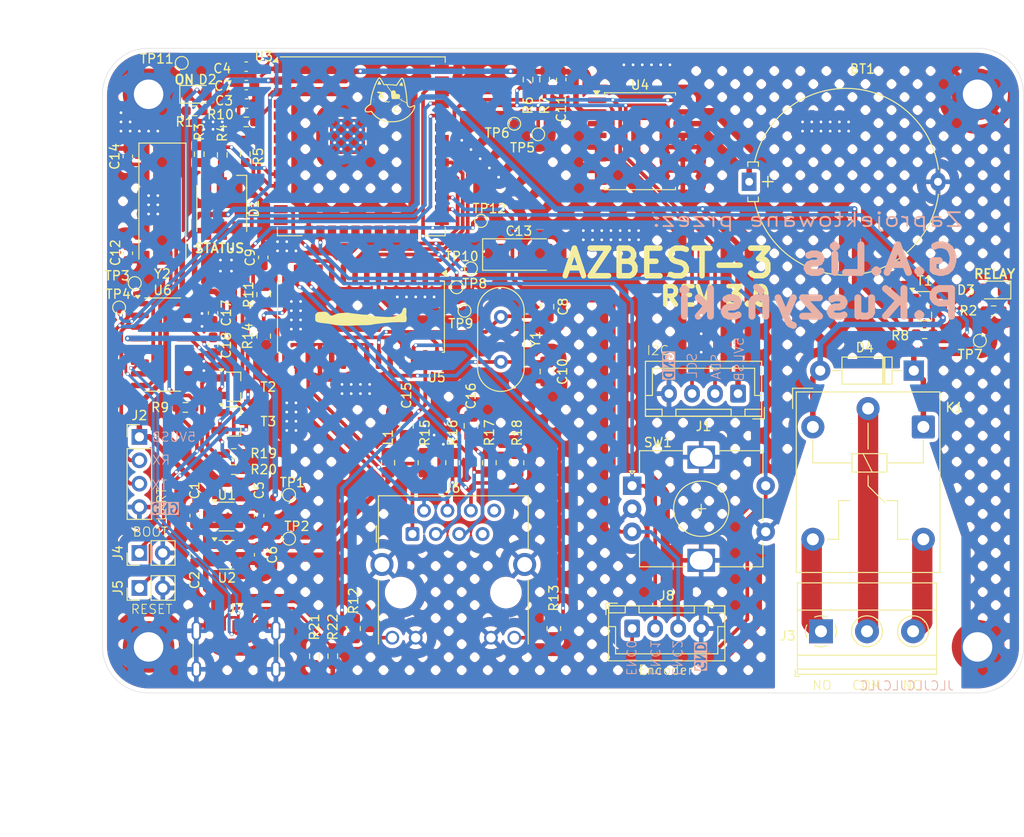
<source format=kicad_pcb>
(kicad_pcb (version 20240108) (generator "pcbnew") (generator_version "8.0")
  (title_block (title "DSMD AZBEST-3") (date "2024-12-25") (rev "3.0"))
  (layers (0 "F.Cu" signal) (31 "B.Cu" signal) (34 "B.Paste" user) (35 "F.Paste" user) (36 "B.SilkS" user "B.Silkscreen") (37 "F.SilkS" user "F.Silkscreen") (38 "B.Mask" user) (39 "F.Mask" user) (44 "Edge.Cuts" user))
  (net 0 "")
  (net 1 "Net-(BT1-+)")
  (net 2 "GND")
  (net 3 "Net-(U5-OSC1)")
  (net 4 "Net-(U5-OSC2)")
  (net 5 "Net-(U6-XI)")
  (net 6 "5VUSB")
  (net 7 "Net-(U5-VCAP)")
  (net 8 "I2C_SCL")
  (net 9 "I2C_SDA")
  (net 10 "RX")
  (net 11 "TX")
  (net 12 "TPOUT-")
  (net 13 "TPOUT+")
  (net 14 "TPIN-")
  (net 15 "ETH_LEDA")
  (net 16 "TPIN+")
  (net 17 "ETH_LEDB")
  (net 18 "NC")
  (net 19 "NO")
  (net 20 "COM")
  (net 21 "Net-(U6-XO)")
  (net 22 "Net-(D1-BK)")
  (net 23 "Net-(D1-GK)")
  (net 24 "Net-(D1-RK)")
  (net 25 "Net-(T1-B)")
  (net 27 "3V3")
  (net 28 "3V3AUX")
  (net 32 "SPI_CLK")
  (net 36 "RELAY")
  (net 37 "SPI_MISO")
  (net 39 "ENC2")
  (net 40 "IO0{slash}BOOT")
  (net 44 "ENC0")
  (net 47 "SPI_MOSI")
  (net 50 "ENC1")
  (net 53 "EN{slash}RST")
  (net 55 "SPI_CS")
  (net 57 "Net-(D4-A)")
  (net 58 "LED_G")
  (net 59 "LED_R")
  (net 60 "LED_B")
  (net 61 "Net-(U5-~{RESET})")
  (net 62 "Net-(U5-LEDA)")
  (net 63 "Net-(U5-LEDB)")
  (net 64 "Net-(U5-RBIAS)")
  (net 65 "DTR")
  (net 66 "Net-(T3-B)")
  (net 67 "Net-(T2-B)")
  (net 68 "RTS")
  (net 75 "D+")
  (net 76 "D-")
  (net 82 "Net-(D2-K)")
  (net 83 "Net-(D3-K)")
  (net 84 "Net-(J6-TCT)")
  (net 85 "Net-(J6-RCT)")
  (net 89 "Net-(J7-CC1)")
  (net 91 "Net-(J7-CC2)")
  (footprint "LOGO" (layer "F.Cu") (at 73.055 64.15)
    (property "Reference" "G***" (hide yes))
    (property "Value" "LOGO" (hide yes))
  )
  (footprint "Capacitor_SMD:C_0603_1608Metric_Pad1.08x0.95mm_HandSolder" (layer "F.Cu") (at 57 67.25 -90)
    (property "Reference" "C18")
    (property "Value" "1uF")
  )
  (footprint "Crystal:Crystal_SMD_HC49-SD" (layer "F.Cu") (at 51.5 52 -90)
    (property "Reference" "Y2")
    (property "Value" "12MHz")
  )
  (footprint "TestPoint:TestPoint_Pad_D1.0mm" (layer "F.Cu") (at 140.25 66.75)
    (property "Reference" "TP7")
    (property "Value" "RELAY")
  )
  (footprint "Capacitor_SMD:C_0603_1608Metric_Pad1.08x0.95mm_HandSolder" (layer "F.Cu") (at 60.6125 39)
    (property "Reference" "C7")
    (property "Value" "1uF")
  )
  (footprint "Capacitor_SMD:C_0603_1608Metric_Pad1.08x0.95mm_HandSolder" (layer "F.Cu") (at 60.6 37)
    (property "Reference" "C4")
    (property "Value" "1uF")
  )
  (footprint "TestPoint:TestPoint_Pad_D1.0mm" (layer "F.Cu") (at 48.5 60.5)
    (property "Reference" "TP3")
    (property "Value" "TX")
  )
  (footprint "Package_SO:SOIC-28W_7.5x17.9mm_P1.27mm" (layer "F.Cu") (at 73.055 64.15 -90)
    (property "Reference" "U5")
    (property "Value" "ENC28J60")
  )
  (footprint "TerminalBlock_Phoenix:TerminalBlock_Phoenix_MKDS-1,5-3_1x03_P5.00mm_Horizontal" (layer "F.Cu") (at 123 98.305)
    (property "Reference" "J3")
    (property "Value" "RELAY_OUT")
  )
  (footprint "Resistor_SMD:R_0603_1608Metric_Pad0.98x0.95mm_HandSolder" (layer "F.Cu") (at 70 101 -90)
    (property "Reference" "R22")
    (property "Value" "5K1")
  )
  (footprint "TestPoint:TestPoint_Pad_D1.0mm" (layer "F.Cu") (at 84.3 63.5)
    (property "Reference" "TP9")
    (property "Value" "MISO")
  )
  (footprint "TestPoint:TestPoint_Pad_D1.0mm" (layer "F.Cu") (at 65.25 88.25)
    (property "Reference" "TP2")
    (property "Value" "3V3AUX")
  )
  (footprint "Resistor_SMD:R_0603_1608Metric_Pad0.98x0.95mm_HandSolder" (layer "F.Cu") (at 59.25 79)
    (property "Reference" "R19")
    (property "Value" "12k")
  )
  (footprint "Diode_THT:D_DO-41_SOD81_P10.16mm_Horizontal" (layer "F.Cu") (at 133.08 70 180)
    (property "Reference" "D4")
    (property "Value" "1N4007")
  )
  (footprint "Capacitor_SMD:C_0603_1608Metric_Pad1.08x0.95mm_HandSolder" (layer "F.Cu") (at 60.6375 41)
    (property "Reference" "C3")
    (property "Value" "22uF")
  )
  (footprint "Resistor_SMD:R_0805_2012Metric_Pad1.20x1.40mm_HandSolder" (layer "F.Cu") (at 80 80 -90)
    (property "Reference" "R15")
    (property "Value" "49R9" (hide yes))
  )
  (footprint "MountingHole:MountingHole_3.2mm_M3_DIN965_Pad_TopOnly" (layer "F.Cu") (at 50 100)
    (property "Reference" "REF**" (hide yes))
    (property "Value" "MountingHole_3.2mm_M3_DIN965_Pad_TopOnly" (hide yes))
  )
  (footprint "Capacitor_SMD:C_0805_2012Metric_Pad1.18x1.45mm_HandSolder" (layer "F.Cu") (at 93.25 70.1 -90)
    (property "Reference" "C10")
    (property "Value" "22pF")
  )
  (footprint "Resistor_SMD:R_0805_2012Metric_Pad1.20x1.40mm_HandSolder" (layer "F.Cu") (at 94 98 -90)
    (property "Reference" "R13")
    (property "Value" "12k")
  )
  (footprint "MountingHole:MountingHole_3.2mm_M3_DIN965_Pad_TopOnly" (layer "F.Cu") (at 140 40)
    (property "Reference" "REF**" (hide yes))
    (property "Value" "MountingHole_3.2mm_M3_DIN965_Pad_TopOnly" (hide yes))
  )
  (footprint "Resistor_SMD:R_0805_2012Metric_Pad1.20x1.40mm_HandSolder" (layer "F.Cu") (at 62.5 61.75 90)
    (property "Reference" "R11")
    (property "Value" "10k" (hide yes))
  )
  (footprint "TestPoint:TestPoint_Pad_D1.0mm" (layer "F.Cu") (at 65.25 83.5)
    (property "Reference" "TP1")
    (property "Value" "3V3")
  )
  (footprint "Resistor_SMD:R_0603_1608Metric_Pad0.98x0.95mm_HandSolder" (layer "F.Cu") (at 59.25 80.75)
    (property "Reference" "R20")
    (property "Value" "12k")
  )
  (footprint "Connector_PinHeader_2.54mm:PinHeader_1x02_P2.54mm_Vertical" (layer "F.Cu") (at 49 89.8 90)
    (property "Reference" "J4")
    (property "Value" "RESET")
  )
  (footprint "Connector_PinHeader_2.54mm:PinHeader_1x04_P2.54mm_Vertical" (layer "F.Cu") (at 49 77.2)
    (property "Reference" "J2")
    (property "Value" "UART")
  )
  (footprint "Inductor_SMD:L_0805_2012Metric_Pad1.15x1.40mm_HandSolder" (layer "F.Cu") (at 76 80 90)
    (property "Reference" "L1")
    (property "Value" "10uH" (hide yes))
  )
  (footprint "Package_TO_SOT_SMD:SOT-23-5" (layer "F.Cu") (at 58.4625 85.85)
    (property "Reference" "U1")
    (property "Value" "ME6211C33M5" (hide yes))
  )
  (footprint "Battery:Battery_Panasonic_CR2032-HFN_Horizontal_CircularHoles" (layer "F.Cu") (at 115.205 49.499878)
    (property "Reference" "BT1")
    (property "Value" "Battery_Cell")
  )
  (footprint "Package_SO:SOIC-16W_7.5x10.3mm_P1.27mm" (layer "F.Cu") (at 103.35 45.095)
    (property "Reference" "U4")
    (property "Value" "DS3231M")
  )
  (footprint "Connector_JST:JST_XH_B4B-XH-A_1x04_P2.50mm_Vertical" (layer "F.Cu") (at 102.5 98)
    (property "Reference" "J8")
    (property "Value" "Encoder")
  )
  (footprint "Resistor_SMD:R_0805_2012Metric_Pad1.20x1.40mm_HandSolder" (layer "F.Cu") (at 90 80 90)
    (property "Reference" "R18")
    (property "Value" "49R9" (hide yes))
  )
  (footprint "Crystal:Crystal_HC49-U_Vertical" (layer "F.Cu") (at 88.25 69.05 90)
    (property "Reference" "Y1")
    (property "Value" "25MHz" (hide yes))
  )
  (footprint "Resistor_SMD:R_0603_1608Metric_Pad0.98x0.95mm_HandSolder" (layer "F.Cu") (at 55 41.8)
    (property "Reference" "R1")
    (property "Value" "12k")
  )
  (footprint "Capacitor_SMD:C_0603_1608Metric_Pad1.08x0.95mm_HandSolder" (layer "F.Cu") (at 55 90 90)
    (property "Reference" "C2")
    (property "Value" "1uF")
  )
  (footprint "TestPoint:TestPoint_Pad_D1.0mm" (layer "F.Cu") (at 46.8 63.15)
    (property "Reference" "TP4")
    (property "Value" "RX")
  )
  (footprint "LED_SMD:LED_0805_2012Metric_Pad1.15x1.40mm_HandSolder" (layer "F.Cu") (at 55.25 40)
    (property "Reference" "D2")
    (property "Value" "LED")
  )
  (footprint "Connector_USB:USB_C_Receptacle_GCT_USB4105-xx-A_16P_TopMnt_Horizontal" (layer "F.Cu") (at 59.5 101.35)
    (property "Reference" "J7")
    (property "Value" "USB_C_Receptacle_USB2.0_16P" (hide yes))
  )
  (footprint "TestPoint:TestPoint_Pad_D1.0mm" (layer "F.Cu") (at 85 58.9)
    (property "Reference" "TP10")
    (property "Value" "CS")
  )
  (footprint "Capacitor_SMD:C_0603_1608Metric_Pad1.08x0.95mm_HandSolder" (layer "F.Cu") (at 47.75 57.25 -90)
    (property "Reference" "C12")
    (property "Value" "22pF")
  )
  (footprint "Package_TO_SOT_SMD:SOT-23-5" (layer "F.Cu") (at 58.46 90)
    (property "Reference" "U2")
    (property "Value" "ME6211C33M5" (hide yes))
  )
  (footprint "RF_Module:ESP32-WROOM-32UE" (layer "F.Cu") (at 73.095 45.65)
    (property "Reference" "U3")
    (property "Value" "ESP32-WROOM-32UE")
  )
  (footprint "Resistor_SMD:R_0805_2012Metric_Pad1.20x1.40mm_HandSolder" (layer "F.Cu") (at 83 80 90)
    (property "Reference" "R16")
    (property "Value" "49R9" (hide yes))
  )
  (footprint "Relay_THT:Relay_SPDT_Hongfa_HF3F-L-xx-1ZL1T" (layer "F.Cu") (at 134.1175 76.1175 -90)
    (property "Reference" "K1")
    (property "Value" "Relay_SPDT")
  )
  (footprint "Capacitor_SMD:C_0603_1608Metric_Pad1.08x0.95mm_HandSolder" (layer "F.Cu") (at 47.75 46.75 90)
    (property "Reference" "C14")
    (property "Value" "22pF")
  )
  (footprint "Resistor_SMD:R_0603_1608Metric_Pad0.98x0.95mm_HandSolder" (layer "F.Cu") (at 91.2 38.4 90)
    (property "Reference" "R6")
    (property "Value" "12k")
  )
  (footprint "Resistor_SMD:R_0805_2012Metric_Pad1.20x1.40mm_HandSolder" (layer "F.Cu") (at 62.5 66.25 -90)
    (property "Reference" "R14")
    (property "Value" "2k7" (hide yes))
  )
  (footprint "Capacitor_SMD:C_0603_1608Metric_Pad1.08x0.95mm_HandSolder" (layer "F.Cu") (at 94.8 38.4 -90)
    (property "Reference" "C11")
    (property "Value" "1uF")
  )
  (footprint "Capacitor_SMD:C_0805_2012Metric_Pad1.18x1.45mm_HandSolder" (layer "F.Cu") (at 78 76 -90)
    (property "Reference" "C15")
    (property "Value" "10nF" (hide yes))
  )
  (footprint "Rotary_Encoder:RotaryEncoder_Alps_EC12E-Switch_Vertical_H20mm" (layer "F.Cu") (at 102.5 82.5)
    (property "Reference" "SW1")
    (property "Value" "RotaryEncoder_Switch_MP" (hide yes))
  )
  (footprint "Package_SO:SOIC-16_3.9x9.9mm_P1.27mm" (layer "F.Cu") (at 51.525 67.175)
    (property "Reference" "U6")
    (property "Value" "CH340G")
  )
  (footprint "LED_SMD:LED_0805_2012Metric_Pad1.15x1.40mm_HandSolder" (layer "F.Cu") (at 141.75 61.25 180)
    (property "Reference" "D3")
    (property "Value" "LED")
  )
  (footprint "Capacitor_SMD:C_0805_2012Metric_Pad1.18x1.45mm_HandSolder" (layer "F.Cu") (at 93.25 63.0625 90)
    (property "Reference" "C8")
    (property "Value" "22pF")
  )
  (footprint "TestPoint:TestPoint_Pad_D1.0mm" (layer "F.Cu") (at 83.45 60.95)
    (property "Reference" "TP8")
    (property "Value" "MOSI")
  )
  (footprint "Connector_RJ:RJ45_Hanrun_HR911105A_Horizontal" (layer "F.Cu") (at 78.645 87.74)
    (property "Reference" "J6")
    (property "Value" "RJ45_Hanrun_HR911105A_Horizontal" (hide yes))
  )
  (footprint "Package_TO_SOT_SMD:SOT-23_Handsoldering" (layer "F.Cu") (at 59.25 71.75)
    (property "Reference" "T2")
    (property "Value" "2N2222")
  )
  (footprint "Resistor_SMD:R_0603_1608Metric_Pad0.98x0.95mm_HandSolder" (layer "F.Cu") (at 141.75 63.5 180)
    (property "Reference" "R2")
    (property "Value" "12k")
  )
  (footprint "Capacitor_SMD:C_0603_1608Metric_Pad1.08x0.95mm_HandSolder" (layer "F.Cu") (at 55 85.75 90)
    (property "Reference" "C1")
    (property "Value" "1uF")
  )
  (footprint "Capacitor_SMD:C_0603_1608Metric_Pad1.08x0.95mm_HandSolder" (layer "F.Cu") (at 62 85.75 -90)
    (property "Reference" "C5")
    (property "Value" "1uF")
  )
  (footprint "Connector_PinHeader_2.54mm:PinHeader_1x02_P2.54mm_Vertical" (layer "F.Cu") (at 49 93.6 90)
    (property "Reference" "J5")
    (property "Value" "BOOT")
  )
  (footprint "Capacitor_Tantalum_SMD:CP_EIA-6032-28_Kemet-C_Pad2.25x2.35mm_HandSolder" (layer "F.Cu") (at 90.2 57.4)
    (property "Reference" "C13")
    (property "Value" "10uF")
  )
  (footprint "Connector_JST:JST_XH_B4B-XH-A_1x04_P2.50mm_Vertical" (layer "F.Cu") (at 114 72.5 180)
    (property "Reference" "J1")
    (property "Value" "I2C")
  )
  (footprint "Resistor_SMD:R_0603_1608Metric_Pad0.98x0.95mm_HandSolder" (layer "F.Cu") (at 68 101 90)
    (property "Reference" "R21")
    (property "Value" "5K1")
  )
  (footprint "Capacitor_SMD:C_0805_2012Metric_Pad1.18x1.45mm_HandSolder" (layer "F.Cu") (at 85 76 -90)
    (property "Reference" "C16")
    (property "Value" "10nF" (hide yes))
  )
  (footprint "LED_SMD:LED_RGB_5050-6" (layer "F.Cu") (at 57.95 52.4 -90)
    (property "Reference" "D1")
    (property "Value" "LED_RGB")
  )
  (footprint "Capacitor_SMD:C_0603_1608Metric_Pad1.08x0.95mm_HandSolder" (layer "F.Cu") (at 62 90 -90)
    (property "Reference" "C6")
    (property "Value" "1uF")
  )
  (footprint "LOGO" (layer "F.Cu") (at 76.312503 40.735883)
    (property "Reference" "G***" (hide yes))
    (property "Value" "LOGO" (hide yes))
  )
  (footprint "Resistor_SMD:R_0603_1608Metric_Pad0.98x0.95mm_HandSolder" (layer "F.Cu") (at 134.25 66)
    (property "Reference" "R8")
    (property "Value" "5k")
  )
  (footprint "TestPoint:TestPoint_Pad_D1.0mm" (layer "F.Cu") (at 89.7 43.2)
    (property "Reference" "TP6")
    (property "Value" "SCL")
  )
  (footprint "TestPoint:TestPoint_Pad_D1.0mm" (layer "F.Cu") (at 53.6 36.6)
    (property "Reference" "TP11")
    (property "Value" "EN/RST")
  )
  (footprint "Resistor_SMD:R_0805_2012Metric_Pad1.20x1.40mm_HandSolder" (layer "F.Cu") (at 72.25 98 -90)
    (property "Reference" "R12")
    (property "Value" "12k")
  )
  (footprint "Resistor_SMD:R_0805_2012Metric_Pad1.20x1.40mm_HandSolder" (layer "F.Cu") (at 87 80 -90)
    (property "Reference" "R17")
    (property "Value" "49R9" (hide yes))
  )
  (footprint "Capacitor_SMD:C_0603_1608Metric_Pad1.08x0.95mm_HandSolder" (layer "F.Cu") (at 62.45 57.7125 90)
    (property "Reference" "C9")
    (property "Value" "1uF")
  )
  (footprint "Package_TO_SOT_SMD:SOT-23_Handsoldering" (layer "F.Cu") (at 134.25 63)
    (property "Reference" "T1")
    (property "Value" "PMBT2222A")
  )
  (footprint "Resistor_SMD:R_0603_1608Metric_Pad0.98x0.95mm_HandSolder" (layer "F.Cu") (at 55.5 46.5 -90)
    (property "Reference" "R3")
    (property "Value" "2k2")
  )
  (footprint "Capacitor_SMD:C_0603_1608Metric_Pad1.08x0.95mm_HandSolder" (layer "F.Cu") (at 57 63.75 -90)
    (property "Reference" "C17")
    (property "Value" "1uF")
  )
  (footprint "Package_TO_SOT_SMD:SOT-23_Handsoldering" (layer "F.Cu") (at 59.25 75.525)
    (property "Reference" "T3")
    (property "Value" "2N2222")
  )
  (footprint "TestPoint:TestPoint_Pad_D1.0mm" (layer "F.Cu") (at 92.3 44.35)
    (property "Reference" "TP5")
    (property "Value" "SDA")
  )
  (footprint "Resistor_SMD:R_0603_1608Metric_Pad0.98x0.95mm_HandSolder" (layer "F.Cu") (at 93 38.4 -90)
    (property "Reference" "R7")
    (property "Value" "12k")
  )
  (footprint "Resistor_SMD:R_0603_1608Metric_Pad0.98x0.95mm_HandSolder" (layer "F.Cu") (at 60.5 46.5 -90)
    (property "Reference" "R5")
    (property "Value" "2k2")
  )
  (footprint "Resistor_SMD:R_0603_1608Metric_Pad0.98x0.95mm_HandSolder" (layer "F.Cu") (at 60.6 43 180)
    (property "Reference" "R10")
    (property "Value" "12k")
  )
  (footprint "Resistor_SMD:R_0603_1608Metric_Pad0.98x0.95mm_HandSolder" (layer "F.Cu") (at 54 74)
    (property "Reference" "R9")
    (property "Value" "12k")
  )
  (footprint "Resistor_SMD:R_0603_1608Metric_Pad0.98x0.95mm_HandSolder" (layer "F.Cu") (at 58 46.5875 -90)
    (property "Reference" "R4")
    (property "Value" "2k2")
  )
  (footprint "TestPoint:TestPoint_Pad_D1.0mm" (layer "F.Cu") (at 86.1 53.75)
    (property "Reference" "TP12")
    (property "Value" "IO0/BOOT")
  )
  (footprint "MountingHole:MountingHole_3.2mm_M3_DIN965_Pad_TopOnly" (layer "F.Cu") (at 140 100)
    (property "Reference" "REF**" (hide yes))
    (property "Value" "MountingHole_3.2mm_M3_DIN965_Pad_TopOnly" (hide yes))
  )
  (footprint "MountingHole:MountingHole_3.2mm_M3_DIN965_Pad_TopOnly" (layer "F.Cu") (at 50 40)
    (property "Reference" "REF**" (hide yes))
    (property "Value" "MountingHole_3.2mm_M3_DIN965_Pad_TopOnly" (hide yes))
  )
  (gr_poly (pts (xy 61.8 98.2) (xy 60.8 99.2) (xy 58.2 99.2) (xy 57.2 98.2) (xy 57 98.2) (xy 58 99.45) (xy 61 99.45) (xy 62 98.2)) (stroke (width 0.2)) (fill solid) (layer "F.Cu") (net 6))
  (gr_arc (start 140 35) (mid 143.535534 36.464466) (end 145 40) (stroke (width 0.05)) (layer "Edge.Cuts"))
  (gr_arc (start 45 40) (mid 46.464466 36.464466) (end 50 35) (stroke (width 0.05)) (layer "Edge.Cuts"))
  (gr_arc (start 50 105) (mid 46.464466 103.535534) (end 45 100) (stroke (width 0.05)) (layer "Edge.Cuts"))
  (gr_line (start 140 35) (end 50 35) (stroke (width 0.05)) (layer "Edge.Cuts"))
  (gr_line (start 50 105) (end 140 105) (stroke (width 0.05)) (layer "Edge.Cuts"))
  (gr_arc (start 145 100) (mid 143.535534 103.535534) (end 140 105) (stroke (width 0.05)) (layer "Edge.Cuts"))
  (gr_line (start 45 40) (end 45 100) (stroke (width 0.05)) (layer "Edge.Cuts"))
  (gr_line (start 145 100) (end 145 40) (stroke (width 0.05)) (layer "Edge.Cuts"))
  (gr_text "ENC1" (at 104.4 103.2 270) (layer "B.SilkS") (effects (font (size 1 1) (thickness 0.1)) (justify left bottom mirror)))
  (gr_text "5VUSB" (at 55.2 77.8 0) (layer "B.SilkS") (effects (font (size 1 1) (thickness 0.1)) (justify left bottom mirror)))
  (gr_text "SDA" (at 112.2 68.1 90) (layer "B.SilkS") (effects (font (size 1 1) (thickness 0.1)) (justify left bottom mirror)))
  (gr_text "RX" (at 52.4 80.3 0) (layer "B.SilkS") (effects (font (size 1 1) (thickness 0.1)) (justify left bottom mirror)))
  (gr_text "Zaprojektowane przez:" (at 138.5 54.5 0) (layer "B.SilkS") (effects (font (size 1.5 2) (thickness 0.2)) (justify left bottom mirror)))
  (gr_text "TX" (at 52.1 83 0) (layer "B.SilkS") (effects (font (size 1 1) (thickness 0.1)) (justify left bottom mirror)))
  (gr_text "G.A.Lis" (at 138.5 59.75 0) (layer "B.SilkS") (effects (font (size 3 3.5) (thickness 0.75)) (justify left bottom mirror)))
  (gr_text "GND" (at 53.4 85.6 0) (layer "B.SilkS" knockout) (effects (font (size 1 1) (thickness 0.2) (bold yes)) (justify left bottom mirror)))
  (gr_text "P.Kuszyński" (at 138.5 64.5 0) (layer "B.SilkS") (effects (font (size 3 3.5) (thickness 0.75)) (justify left bottom mirror)))
  (gr_text "JLCJLCJLCJLC" (at 137.5 104.8 0) (layer "B.SilkS") (effects (font (size 1 1) (thickness 0.1)) (justify left bottom mirror)))
  (gr_text "5VUSB" (at 114.7 66.3 90) (layer "B.SilkS") (effects (font (size 1 1) (thickness 0.1)) (justify left bottom mirror)))
  (gr_text "GND" (at 107.1 67.8 90) (layer "B.SilkS" knockout) (effects (font (size 1 1) (thickness 0.2) (bold yes)) (justify left bottom mirror)))
  (gr_text "ENC0" (at 101.8 103.2 270) (layer "B.SilkS") (effects (font (size 1 1) (thickness 0.1)) (justify left bottom mirror)))
  (gr_text "ENC2" (at 106.8 103.2 270) (layer "B.SilkS") (effects (font (size 1 1) (thickness 0.1)) (justify left bottom mirror)))
  (gr_text "SCL" (at 109.6 68 90) (layer "B.SilkS") (effects (font (size 1 1) (thickness 0.1)) (justify left bottom mirror)))
  (gr_text "GND" (at 109.3 102.7 -90) (layer "B.SilkS" knockout) (effects (font (size 1 1) (thickness 0.2) (bold yes)) (justify left bottom mirror)))
  (gr_text "ON" (at 52.7 39 0) (layer "F.SilkS") (effects (font (size 1 1) (thickness 0.2) (bold yes)) (justify left bottom)))
  (gr_text "Encoder" (at 103.1 103.1 0) (layer "F.SilkS") (effects (font (size 1 1) (thickness 0.1)) (justify left bottom)))
  (gr_text "STATUS" (at 54.9 57.3 0) (layer "F.SilkS") (effects (font (size 1 1) (thickness 0.2) (bold yes)) (justify left bottom)))
  (gr_text "BOOT" (at 48.2 88.1 0) (layer "F.SilkS") (effects (font (size 1 1) (thickness 0.1)) (justify left bottom)))
  (gr_text "UART" (at 52 86.4 90) (layer "F.SilkS") (effects (font (size 1 1) (thickness 0.1)) (justify left bottom)))
  (gr_text "REV 3.0" (at 105.3 63.1 0) (layer "F.SilkS") (effects (font (size 2 2) (thickness 0.5) (bold yes)) (justify left bottom)))
  (gr_text "RELAY" (at 139.5 60.1 0) (layer "F.SilkS") (effects (font (size 1 1) (thickness 0.2) (bold yes)) (justify left bottom)))
  (gr_text "I2C" (at 104 68.4 0) (layer "F.SilkS") (effects (font (size 1 1) (thickness 0.1)) (justify left bottom)))
  (gr_text "NO" (at 122 104.75 0) (layer "F.SilkS") (effects (font (size 1 1) (thickness 0.1)) (justify left bottom)))
  (gr_text "COM" (at 126.3 104.75 0) (layer "F.SilkS") (effects (font (size 1 1) (thickness 0.1)) (justify left bottom)))
  (gr_text "AZBEST-3" (at 94.55 60.1 0) (layer "F.SilkS") (effects (font (size 3 3) (thickness 0.6) (bold yes)) (justify left bottom)))
  (gr_text "NC" (at 131.8 104.75 0) (layer "F.SilkS") (effects (font (size 1 1) (thickness 0.1)) (justify left bottom)))
  (gr_text "RESET" (at 48 96.5 0) (layer "F.SilkS") (effects (font (size 1 1) (thickness 0.1)) (justify left bottom)))
  (segment (start 115.205 47.305) (end 111.09 43.19) (width 0.6) (layer "F.Cu") (net 1))
  (segment (start 115.205 49.499878) (end 115.205 47.305) (width 0.6) (layer "F.Cu") (net 1))
  (segment (start 111.09 43.19) (end 108 43.19) (width 0.6) (layer "F.Cu") (net 1))
  (segment (start 61.475 40.975) (end 61.5 41) (width 0.4) (layer "F.Cu") (net 2))
  (segment (start 61.1375 90) (end 62 90.8625) (width 0.6) (layer "F.Cu") (net 2))
  (segment (start 61.4625 37) (end 61.7025 37.24) (width 0.4) (layer "F.Cu") (net 2))
  (segment (start 57.325 85.85) (end 61.2375 85.85) (width 0.6) (layer "F.Cu") (net 2))
  (segment (start 56.3 97.67) (end 55.755 97.67) (width 0.4) (layer "F.Cu") (net 2))
  (segment (start 61.4625 38) (end 61.4625 38.9875) (width 0.4) (layer "F.Cu") (net 2))
  (segment (start 61.4625 37) (end 61.4625 38) (width 0.4) (layer "F.Cu") (net 2))
  (segment (start 61.7025 37.24) (end 64.345 37.24) (width 0.4) (layer "F.Cu") (net 2))
  (segment (start 62.7 97.67) (end 63.245 97.67) (width 0.4) (layer "F.Cu") (net 2))
  (segment (start 57.3225 90) (end 61.1375 90) (width 0.6) (layer "F.Cu") (net 2))
  (segment (start 61.4625 38) (end 58 38) (width 0.4) (layer "F.Cu") (net 2))
  (segment (start 55.755 97.67) (end 55.18 98.245) (width 0.4) (layer "F.Cu") (net 2))
  (segment (start 61.475 39) (end 61.475 38.525) (width 0.4) (layer "F.Cu") (net 2))
  (segment (start 61.2375 85.85) (end 62 86.6125) (width 0.6) (layer "F.Cu") (net 2))
  (segment (start 61.4625 38.9875) (end 61.475 39) (width 0.4) (layer "F.Cu") (net 2))
  (segment (start 63.245 97.67) (end 63.82 98.245) (width 0.4) (layer "F.Cu") (net 2))
  (segment (start 61.475 39) (end 61.475 40.975) (width 0.4) (layer "F.Cu") (net 2))
  (via (at 51 44) (size 0.4) (drill 0.3) (layers "F.Cu" "B.Cu") (net 2))
  (via (at 65.5 65.5) (size 0.4) (drill 0.3) (layers "F.Cu" "B.Cu") (net 2))
  (via (at 100.2 55.8) (size 0.4) (drill 0.3) (layers "F.Cu" "B.Cu") (net 2))
  (via (at 74 71.5) (size 0.4) (drill 0.3) (layers "F.Cu" "B.Cu") (net 2))
  (via (at 65 73.5) (size 0.4) (drill 0.3) (layers "F.Cu" "B.Cu") (net 2))
  (via (at 65.5 63.5) (size 0.4) (drill 0.3) (layers "F.Cu" "B.Cu") (net 2))
  (via (at 65 76.5) (size 0.4) (drill 0.3) (layers "F.Cu" "B.Cu") (net 2))
  (via (at 65 74.5) (size 0.4) (drill 0.3) (layers "F.Cu" "B.Cu") (net 2))
  (via (at 58 43.8) (size 0.4) (drill 0.3) (layers "F.Cu" "B.Cu") (net 2))
  (via (at 56 70) (size 0.4) (drill 0.3) (layers "F.Cu" "B.Cu") (net 2))
  (via (at 80 76) (size 0.4) (drill 0.3) (layers "F.Cu" "B.Cu") (net 2))
  (via (at 66 75.5) (size 0.4) (drill 0.3) (layers "F.Cu" "B.Cu") (net 2))
  (via (at 47 44) (size 0.4) (drill 0.3) (layers "F.Cu" "B.Cu") (net 2))
  (via (at 101.2 55.8) (size 0.4) (drill 0.3) (layers "F.Cu" "B.Cu") (net 2))
  (via (at 80 62) (size 0.4) (drill 0.3) (layers "F.Cu" "B.Cu") (net 2))
  (via (at 106.6 36.8) (size 0.4) (drill 0.3) (layers "F.Cu" "B.Cu") (net 2))
  (via (at 98.2 55.8) (size 0.4) (drill 0.3) (layers "F.Cu" "B.Cu") (net 2))
  (via (at 87 48) (size 0.4) (drill 0.3) (layers "F.Cu" "B.Cu") (net 2))
  (via (at 88 49) (size 0.4) (drill 0.3) (layers "F.Cu" "B.Cu") (net 2))
  (via (at 121 43) (size 0.4) (drill 0.3) (layers "F.Cu" "B.Cu") (net 2))
  (via (at 65 56) (size 0.4) (drill 0.3) (layers "F.Cu" "B.Cu") (net 2))
  (via (at 71 72.5) (size 0.4) (drill 0.3) (layers "F.Cu" "B.Cu") (net 2))
  (via (at 110 68) (size 0.4) (drill 0.3) (layers "F.Cu" "B.Cu") (net 2))
  (via (at 81 62) (size 0.4) (drill 0.3) (layers "F.Cu" "B.Cu") (net 2))
  (via (at 72 71.5) (size 0.4) (drill 0.3) (layers "F.Cu" "B.Cu") (net 2))
  (via (at 56 43.8) (size 0.4) (drill 0.3) (layers "F.Cu" "B.Cu") (net 2))
  (via (at 56 69) (size 0.4) (drill 0.3) (layers "F.Cu" "B.Cu") (net 2))
  (via (at 48 44) (size 0.4) (drill 0.3) (layers "F.Cu" "B.Cu") (net 2))
  (via (at 50 52) (size 0.4) (drill 0.3) (layers "F.Cu" "B.Cu") (net 2))
  (via (at 102.6 36.8) (size 0.4) (drill 0.3) (layers "F.Cu" "B.Cu") (net 2))
  (via (at 66 73.5) (size 0.4) (drill 0.3) (layers "F.Cu" "B.Cu") (net 2))
  (via (at 124 44) (size 0.4) (drill 0.3) (layers "F.Cu" "B.Cu") (net 2))
  (via (at 102.2 55.8) (size 0.4) (drill 0.3) (layers "F.Cu" "B.Cu") (net 2))
  (via (at 55.8 65.2) (size 0.4) (drill 0.3) (layers "F.Cu" "B.Cu") (net 2))
  (via (at 66 57) (size 0.4) (drill 0.3) (layers "F.Cu" "B.Cu") (net 2))
  (via (at 110 66) (size 0.4) (drill 0.3) (layers "F.Cu" "B.Cu") (net 2))
  (via (at 123 43) (size 0.4) (drill 0.3) (layers "F.Cu" "B.Cu") (net 2))
  (via (at 66.5 65.5) (size 0.4) (drill 0.3) (layers "F.Cu" "B.Cu") (net 2))
  (via (at 85 46) (size 0.4) (drill 0.3) (layers "F.Cu" "B.Cu") (net 2))
  (via (at 64 57) (size 0.4) (drill 0.3) (layers "F.Cu" "B.Cu") (net 2))
  (via (at 57.8 58) (size 0.4) (drill 0.3) (layers "F.Cu" "B.Cu") (net 2))
  (via (at 74 72.5) (size 0.4) (drill 0.3) (layers "F.Cu" "B.Cu") (net 2))
  (via (at 65 75.5) (size 0.4) (drill 0.3) (layers "F.Cu" "B.Cu") (net 2))
  (via (at 102.2 54.8) (size 0.4) (drill 0.3) (layers "F.Cu" "B.Cu") (net 2))
  (via (at 57 43) (size 0.4) (drill 0.3) (layers "F.Cu" "B.Cu") (net 2))
  (via (at 125 43) (size 0.4) (drill 0.3) (layers "F.Cu" "B.Cu") (net 2))
  (via (at 49 44) (size 0.4) (drill 0.3) (layers "F.Cu" "B.Cu") (net 2))
  (via (at 103.2 54.8) (size 0.4) (drill 0.3) (layers "F.Cu" "B.Cu") (net 2))
  (via (at 99.2 54.8) (size 0.4) (drill 0.3) (layers "F.Cu" "B.Cu") (net 2))
  (via (at 65.5 62.5) (size 0.4) (drill 0.3) (layers "F.Cu" "B.Cu") (net 2))
  (via (at 59 56.8) (size 0.4) (drill 0.3) (layers "F.Cu" "B.Cu") (net 2))
  (via (at 51 51) (size 0.4) (drill 0.3) (layers "F.Cu" "B.Cu") (net 2))
  (via (at 126 43) (size 0.4) (drill 0.3) (layers "F.Cu" "B.Cu") (net 2))
  (via (at 97.2 54.8) (size 0.4) (drill 0.3) (layers "F.Cu" "B.Cu") (net 2))
  (via (at 77 62) (size 0.4) (drill 0.3) (layers "F.Cu" "B.Cu") (net 2))
  (via (at 101.6 36.8) (size 0.4) (drill 0.3) (layers "F.Cu" "B.Cu") (net 2))
  (via (at 125 44) (size 0.4) (drill 0.3) (layers "F.Cu" "B.Cu") (net 2))
  (via (at 57.8 59.2) (size 0.4) (drill 0.3) (layers "F.Cu" "B.Cu") (net 2))
  (via (at 66 74.5) (size 0.4) (drill 0.3) (layers "F.Cu" "B.Cu") (net 2))
  (via (at 73 71.5) (size 0.4) (drill 0.3) (layers "F.Cu" "B.Cu") (net 2))
  (via (at 58 43) (size 0.4) (drill 0.3) (layers "F.Cu" "B.Cu") (net 2))
  (via (at 82 78) (size 0.4) (drill 0.3) (layers "F.Cu" "B.Cu") (net 2))
  (via (at 56 43) (size 0.4) (drill 0.3) (layers "F.Cu" "B.Cu") (net 2))
  (via (at 84 45) (size 0.4) (drill 0.3) (layers "F.Cu" "B.Cu") (net 2))
  (via (at 55.8 63.8) (size 0.4) (drill 0.3) (layers "F.Cu" "B.Cu") (net 2))
  (via (at 65 57) (size 0.4) (drill 0.3) (layers "F.Cu" "B.Cu") (net 2))
  (via (at 66 76.5) (size 0.4) (drill 0.3) (layers "F.Cu" "B.Cu") (net 2))
  (via (at 104.6 36.8) (size 0.4) (drill 0.3) (layers "F.Cu" "B.Cu") (net 2))
  (via (at 59 59.2) (size 0.4) (drill 0.3) (layers "F.Cu" "B.Cu") (net 2))
  (via (at 81 77) (size 0.4) (drill 0.3) (layers "F.Cu" "B.Cu") (net 2))
  (via (at 78 62) (size 0.4) (drill 0.3) (layers "F.Cu" "B.Cu") (net 2))
  (via (at 66.5 64.5) (size 0.4) (drill 0.3) (layers "F.Cu" "B.Cu") (net 2))
  (via (at 105.6 36.8) (size 0.4) (drill 0.3) (layers "F.Cu" "B.Cu") (net 2))
  (via (at 110 64) (size 0.4) (drill 0.3) (layers "F.Cu" "B.Cu") (net 2))
  (via (at 126 44) (size 0.4) (drill 0.3) (layers "F.Cu" "B.Cu") (net 2))
  (via (at 73 72.5) (size 0.4) (drill 0.3) (layers "F.Cu" "B.Cu") (net 2))
  (via (at 97.2 55.8) (size 0.4) (drill 0.3) (layers "F.Cu" "B.Cu") (net 2))
  (via (at 50 44) (size 0.4) (drill 0.3) (layers "F.Cu" "B.Cu") (net 2))
  (via (at 101.2 54.8) (size 0.4) (drill 0.3) (layers "F.Cu" "B.Cu") (net 2))
  (via (at 51 53) (size 0.4) (drill 0.3) (layers "F.Cu" "B.Cu") (net 2))
  (via (at 51 52) (size 0.4) (drill 0.3) (layers "F.Cu" "B.Cu") (net 2))
  (via (at 122 44) (size 0.4) (drill 0.3) (layers "F.Cu" "B.Cu") (net 2))
  (via (at 124 43) (size 0.4) (drill 0.3) (layers "F.Cu" "B.Cu") (net 2))
  (via (at 98.2 54.8) (size 0.4) (drill 0.3) (layers "F.Cu" "B.Cu") (net 2))
  (via (at 86 47) (size 0.4) (drill 0.3) (layers "F.Cu" "B.Cu") (net 2))
  (via (at 79 62) (size 0.4) (drill 0.3) (layers "F.Cu" "B.Cu") (net 2))
  (via (at 122 43) (size 0.4) (drill 0.3) (layers "F.Cu" "B.Cu") (net 2))
  (via (at 47 42) (size 0.4) (drill 0.3) (layers "F.Cu" "B.Cu") (net 2))
  (via (at 50 51) (size 0.4) (drill 0.3) (layers "F.Cu" "B.Cu") (net 2))
  (via (at 66.5 62.5) (size 0.4) (drill 0.3) (layers "F.Cu" "B.Cu") (net 2))
  (via (at 57 43.8) (size 0.4) (drill 0.3) (layers "F.Cu" "B.Cu") (net 2))
  (via (at 121 44) (size 0.4) (drill 0.3) (layers "F.Cu" "B.Cu") (net 2))
  (via (at 71 71.5) (size 0.4) (drill 0.3) (layers "F.Cu" "B.Cu") (net 2))
  (via (at 66.5 63.5) (size 0.4) (drill 0.3) (layers "F.Cu" "B.Cu") (net 2))
  (via (at 123 44) (size 0.4) (drill 0.3) (layers "F.Cu" "B.Cu") (net 2))
  (via (at 72 72.5) (size 0.4) (drill 0.3) (layers "F.Cu" "B.Cu") (net 2))
  (via (at 100.2 54.8) (size 0.4) (drill 0.3) (layers "F.Cu" "B.Cu") (net 2))
  (via (at 59 58) (size 0.4) (drill 0.3) (layers "F.Cu" "B.Cu") (net 2))
  (via (at 47 43) (size 0.4) (drill 0.3) (layers "F.Cu" "B.Cu") (net 2))
  (via (at 48 43) (size 0.4) (drill 0.3) (layers "F.Cu" "B.Cu") (net 2))
  (via (at 99.2 55.8) (size 0.4) (drill 0.3) (layers "F.Cu" "B.Cu") (net 2))
  (via (at 64 56) (size 0.4) (drill 0.3) (layers "F.Cu" "B.Cu") (net 2))
  (via (at 103.2 55.8) (size 0.4) (drill 0.3) (layers "F.Cu" "B.Cu") (net 2))
  (via (at 65.5 64.5) (size 0.4) (drill 0.3) (layers "F.Cu" "B.Cu") (net 2))
  (via (at 50 53) (size 0.4) (drill 0.3) (layers "F.Cu" "B.Cu") (net 2))
  (via (at 103.6 36.8) (size 0.4) (drill 0.3) (layers "F.Cu" "B.Cu") (net 2))
  (segment (start 75 68.76) (end 74.96 68.8) (width 0.4) (layer "F.Cu") (net 3))
  (segment (start 86.62 65.8) (end 75.8 65.8) (width 0.4) (layer "F.Cu") (net 3))
  (segment (start 88.32 64.1) (end 88.25 64.17) (width 0.4) (layer "F.Cu") (net 3))
  (segment (start 93.25 64.1) (end 88.32 64.1) (width 0.4) (layer "F.Cu") (net 3))
  (segment (start 75 66.95) (end 75 68.76) (width 0.4) (layer "F.Cu") (net 3))
  (segment (start 88.25 64.17) (end 86.62 65.8) (width 0.4) (layer "F.Cu") (net 3))
  (via (at 75.8 65.8) (size 0.4) (drill 0.3) (layers "F.Cu" "B.Cu") (net 3))
  (via (at 75 66.95) (size 0.4) (drill 0.3) (layers "F.Cu" "B.Cu") (net 3))
  (segment (start 75.6 65.8) (end 75.8 65.8) (width 0.4) (layer "B.Cu") (net 3))
  (segment (start 75 66.4) (end 75.6 65.8) (width 0.4) (layer "B.Cu") (net 3))
  (segment (start 75 66.95) (end 75 66.4) (width 0.4) (layer "B.Cu") (net 3))
  (segment (start 88.2625 69.0625) (end 88.25 69.05) (width 0.4) (layer "F.Cu") (net 4))
  (segment (start 93.25 69.0625) (end 88.2625 69.0625) (width 0.4) (layer "F.Cu") (net 4))
  (segment (start 79.2 70.55) (end 76.7 70.55) (width 0.4) (layer "F.Cu") (net 4))
  (segment (start 76.7 70.55) (end 76.23 70.08) (width 0.4) (layer "F.Cu") (net 4))
  (segment (start 88.236091 69.063909) (end 88.25 69.05) (width 0.4) (layer "F.Cu") (net 4))
  (segment (start 85.486091 69.063909) (end 88.236091 69.063909) (width 0.4) (layer "F.Cu") (net 4))
  (segment (start 76.23 70.08) (end 76.23 68.8) (width 0.4) (layer "F.Cu") (net 4))
  (via (at 79.2 70.55) (size 0.4) (drill 0.3) (layers "F.Cu" "B.Cu") (net 4))
  (via (at 85.486091 69.063909) (size 0.4) (drill 0.3) (layers "F.Cu" "B.Cu") (net 4))
  (segment (start 79.2 70.55) (end 83.4 70.55) (width 0.4) (layer "B.Cu") (net 4))
  (segment (start 83.4 70.55) (end 84.886091 69.063909) (width 0.4) (layer "B.Cu") (net 4))
  (segment (start 84.886091 69.063909) (end 85.486091 69.063909) (width 0.4) (layer "B.Cu") (net 4))
  (segment (start 52.4 61) (end 50.5 62.9) (width 0.4) (layer "F.Cu") (net 5))
  (segment (start 50.5 62.9) (end 50.5 69.874999) (width 0.4) (layer "F.Cu") (net 5))
  (segment (start 52.4 57.15) (end 52.4 61) (width 0.4) (layer "F.Cu") (net 5))
  (segment (start 47.75 56.3875) (end 51.3625 56.3875) (width 0.4) (layer "F.Cu") (net 5))
  (segment (start 50.5 69.874999) (end 50.024999 70.35) (width 0.4) (layer "F.Cu") (net 5))
  (segment (start 50.024999 70.35) (end 49.05 70.35) (width 0.4) (layer "F.Cu") (net 5))
  (segment (start 51.5 56.25) (end 52.4 57.15) (width 0.4) (layer "F.Cu") (net 5))
  (segment (start 51.3625 56.3875) (end 51.5 56.25) (width 0.4) (layer "F.Cu") (net 5))
  (segment (start 133.08 70) (end 133.08 67.78) (width 0.6) (layer "F.Cu") (net 6))
  (segment (start 56.8425 62.73) (end 54 62.73) (width 0.6) (layer "F.Cu") (net 6))
  (segment (start 54.95 54.8) (end 56.25 54.8) (width 0.6) (layer "F.Cu") (net 6))
  (segment (start 54.95 53.65) (end 54.95 54.8) (width 0.6) (layer "F.Cu") (net 6))
  (segment (start 133.08 67.78) (end 126.65 61.35) (width 0.6) (layer "F.Cu") (net 6))
  (segment (start 55 86.6125) (end 55.5725 86.6125) (width 0.6) (layer "F.Cu") (net 6))
  (segment (start 51.9 63.3) (end 53.65 61.55) (width 0.6) (layer "F.Cu") (net 6))
  (segment (start 126.65 61.35) (end 126.65 52.45) (width 0.6) (layer "F.Cu") (net 6))
  (segment (start 56.662501 84.9) (end 56.2 84.437499) (width 0.6) (layer "F.Cu") (net 6))
  (segment (start 51.9 63.35) (end 52.52 62.73) (width 0.6) (layer "F.Cu") (net 6))
  (segment (start 57.1 97.67) (end 57.1 94.6) (width 0.6) (layer "F.Cu") (net 6))
  (segment (start 57.1 98.209695) (end 57.1 97.67) (width 0.3) (layer "F.Cu") (net 6))
  (segment (start 54.125 55.625) (end 54.95 54.8) (width 0.6) (layer "F.Cu") (net 6))
  (segment (start 51.9 64.25) (end 51.9 63.35) (width 0.6) (layer "F.Cu") (net 6))
  (segment (start 57.325 86.8) (end 56.662501 86.8) (width 0.6) (layer "F.Cu") (net 6))
  (segment (start 56.2 83.280762) (end 50.119238 77.2) (width 0.6) (layer "F.Cu") (net 6))
  (segment (start 58.290305 99.4) (end 57.1 98.209695) (width 0.3) (layer "F.Cu") (net 6))
  (segment (start 56.21 89.500001) (end 56.660001 89.05) (width 0.6) (layer "F.Cu") (net 6))
  (segment (start 56.21 91.5) (end 56.21 90.499999) (width 0.6) (layer "F.Cu") (net 6))
  (segment (start 58.65 53.05) (end 55.55 53.05) (width 0.6) (layer "F.Cu") (net 6))
  (segment (start 56.2 84.437499) (end 56.2 83.280762) (width 0.6) (layer "F.Cu") (net 6))
  (segment (start 61.9 97.67) (end 61.9 98.209695) (width 0.3) (layer "F.Cu") (net 6))
  (segment (start 55 90.8625) (end 55.5725 90.8625) (width 0.6) (layer "F.Cu") (net 6))
  (segment (start 61.9 98.209695) (end 60.709695 99.4) (width 0.3) (layer "F.Cu") (net 6))
  (segment (start 57 62.8875) (end 56.8425 62.73) (width 0.6) (layer "F.Cu") (net 6))
  (segment (start 56.21 90) (end 56.21 89.500001) (width 0.6) (layer "F.Cu") (net 6))
  (segment (start 51.9 70.725) (end 51.9 64.25) (width 0.6) (layer "F.Cu") (net 6))
  (segment (start 50.119238 77.2) (end 49 77.2) (width 0.6) (layer "F.Cu") (net 6))
  (segment (start 56.21 87.25) (end 56.21 86.0025) (width 0.6) (layer "F.Cu") (net 6))
  (segment (start 56.21 93.71) (end 56.21 91.5) (width 0.6) (layer "F.Cu") (net 6))
  (segment (start 55.5725 86.6125) (end 56.21 87.25) (width 0.6) (layer "F.Cu") (net 6))
  (segment (start 57.3225 90.95) (end 56.660001 90.95) (width 0.6) (layer "F.Cu") (net 6))
  (segment (start 56.21 90.499999) (end 56.21 90) (width 0.6) (layer "F.Cu") (net 6))
  (segment (start 51.9 64.25) (end 51.9 63.3) (width 0.6) (layer "F.Cu") (net 6))
  (segment (start 53.65 61.55) (end 53.65 56.1) (width 0.6) (layer "F.Cu") (net 6))
  (segment (start 114 72.5) (end 114 56.3) (width 0.6) (layer "F.Cu") (net 6))
  (segment (start 60.709695 99.4) (end 58.290305 99.4) (width 0.3) (layer "F.Cu") (net 6))
  (segment (start 55.55 53.05) (end 54.95 53.65) (width 0.6) (layer "F.Cu") (net 6))
  (segment (start 56.660001 89.05) (end 57.3225 89.05) (width 0.6) (layer "F.Cu") (net 6))
  (segment (start 56.2125 86.349999) (end 56.2125 86) (width 0.6) (layer "F.Cu") (net 6))
  (segment (start 56.662501 86.8) (end 56.2125 86.349999) (width 0.6) (layer "F.Cu") (net 6))
  (segment (start 55.75 40) (end 55.25 39.5) (width 0.4) (layer "F.Cu") (net 6))
  (segment (start 56.21 86.0025) (end 56.2125 86) (width 0.6) (layer "F.Cu") (net 6))
  (segment (start 56.662501 84.9) (end 57.325 84.9) (width 0.6) (layer "F.Cu") (net 6))
  (segment (start 55.5725 90.8625) (end 56.21 91.5) (width 0.6) (layer "F.Cu") (net 6))
  (segment (start 134.1175 76.1175) (end 134.1175 71.0375) (width 0.6) (layer "F.Cu") (net 6))
  (segment (start 114 56.3) (end 110.15 52.45) (width 0.6) (layer "F.Cu") (net 6))
  (segment (start 54 62.73) (end 53.583738 62.73) (width 0.4) (layer "F.Cu") (net 6))
  (segment (start 56.660001 90.95) (end 56.21 90.499999) (width 0.6) (layer "F.Cu") (net 6))
  (segment (start 56.2125 85.350001) (end 56.662501 84.9) (width 0.6) (layer "F.Cu") (net 6))
  (segment (start 56.21 90) (end 56.21 87.25) (width 0.6) (layer "F.Cu") (net 6))
  (segment (start 52.52 62.73) (end 54 62.73) (width 0.6) (layer "F.Cu") (net 6))
  (segment (start 56.2125 86) (end 56.2125 85.350001) (width 0.6) (layer "F.Cu") (net 6))
  (segment (start 53.65 56.1) (end 54.125 55.625) (width 0.6) (layer "F.Cu") (net 6))
  (segment (start 56.275 40) (end 55.75 40) (width 0.4) (layer "F.Cu") (net 6))
  (segment (start 57.1 94.6) (end 56.21 93.71) (width 0.6) (layer "F.Cu") (net 6))
  (segment (start 134.1175 71.0375) (end 133.08 70) (width 0.6) (layer "F.Cu") (net 6))
  (segment (start 59.65 54.8) (end 56.25 54.8) (width 0.6) (layer "F.Cu") (net 6))
  (segment (start 49 77.2) (end 49 73.625) (width 0.6) (layer "F.Cu") (net 6))
  (segment (start 49 73.625) (end 51.9 70.725) (width 0.6) (layer "F.Cu") (net 6))
  (via (at 110.15 52.45) (size 0.4) (drill 0.3) (layers "F.Cu" "B.Cu") (net 6))
  (via (at 126.65 52.45) (size 0.4) (drill 0.3) (layers "F.Cu" "B.Cu") (net 6))
  (via (at 55.25 39.5) (size 0.4) (drill 0.3) (layers "F.Cu" "B.Cu") (net 6))
  (via (at 54.125 55.625) (size 0.4) (drill 0.3) (layers "F.Cu" "B.Cu") (net 6))
  (via (at 58.65 53.05) (size 0.4) (drill 0.3) (layers "F.Cu" "B.Cu") (net 6))
  (segment (start 79.75 40.3) (end 82.05 40.3) (width 0.6) (layer "B.Cu") (net 6))
  (segment (start 110.15 52.45) (end 126.65 52.45) (width 0.6) (layer "B.Cu") (net 6))
  (segment (start 54.125 40.625) (end 54.125 55.625) (width 0.4) (layer "B.Cu") (net 6))
  (segment (start 58.65 53.05) (end 59.2 52.5) (width 0.6) (layer "B.Cu") (net 6))
  (segment (start 82.05 40.3) (end 94.2 52.45) (width 0.6) (layer "B.Cu") (net 6))
  (segment (start 79.15 51.85) (end 79.15 40.9) (width 0.6) (layer "B.Cu") (net 6))
  (segment (start 59.2 52.5) (end 78.5 52.5) (width 0.6) (layer "B.Cu") (net 6))
  (segment (start 78.5 52.5) (end 79.15 51.85) (width 0.6) (layer "B.Cu") (net 6))
  (segment (start 94.2 52.45) (end 110.15 52.45) (width 0.6) (layer "B.Cu") (net 6))
  (segment (start 55.25 39.5) (end 54.125 40.625) (width 0.4) (layer "B.Cu") (net 6))
  (segment (start 79.15 40.9) (end 79.75 40.3) (width 0.6) (layer "B.Cu") (net 6))
  (segment (start 87.65 57.4) (end 84.15 57.4) (width 0.4) (layer "F.Cu") (net 7))
  (segment (start 82.05 59.5) (end 81.31 59.5) (width 0.4) (layer "F.Cu") (net 7))
  (segment (start 84.15 57.4) (end 82.05 59.5) (width 0.4) (layer "F.Cu") (net 7))
  (segment (start 83.75 40.6) (end 82.93 39.78) (width 0.4) (layer "F.Cu") (net 8))
  (segment (start 100.4 40.6) (end 101.2 41.4) (width 0.4) (layer "F.Cu") (net 8))
  (segment (start 93 40.6) (end 90.55 40.6) (width 0.4) (layer "F.Cu") (net 8))
  (segment (start 101.2 41.4) (end 101.2 46.977818) (width 0.4) (layer "F.Cu") (net 8))
  (segment (start 109 54.777818) (end 109 72.5) (width 0.4) (layer "F.Cu") (net 8))
  (segment (start 90.55 40.6) (end 83.75 40.6) (width 0.4) (layer "F.Cu") (net 8))
  (segment (start 106.35 40.65) (end 108 40.65) (width 0.4) (layer "F.Cu") (net 8))
  (segment (start 89.7 43.2) (end 90.55 43.2) (width 0.4) (layer "F.Cu") (net 8))
  (segment (start 101.2 46.977818) (end 109 54.777818) (width 0.4) (layer "F.Cu") (net 8))
  (segment (start 91.25 42.5) (end 91.25 40.6) (width 0.4) (layer "F.Cu") (net 8))
  (segment (start 82.93 39.78) (end 81.845 39.78) (width 0.4) (layer "F.Cu") (net 8))
  (segment (start 90.55 43.2) (end 91.25 42.5) (width 0.4) (layer "F.Cu") (net 8))
  (segment (start 93 39.3125) (end 93 40.6) (width 0.4) (layer "F.Cu") (net 8))
  (via (at 100.4 40.6) (size 0.4) (drill 0.3) (layers "F.Cu" "B.Cu") (net 8))
  (via (at 93 40.6) (size 0.4) (drill 0.3) (layers "F.Cu" "B.Cu") (net 8))
  (via (at 106.35 40.65) (size 0.4) (drill 0.3) (layers "F.Cu" "B.Cu") (net 8))
  (segment (start 100.4 40.6) (end 100.45 40.65) (width 0.4) (layer "B.Cu") (net 8))
  (segment (start 100.4 40.6) (end 93 40.6) (width 0.4) (layer "B.Cu") (net 8))
  (segment (start 100.45 40.65) (end 106.35 40.65) (width 0.4) (layer "B.Cu") (net 8))
  (segment (start 106.77 41.92) (end 108 41.92) (width 0.4) (layer "F.Cu") (net 9))
  (segment (start 106.05 41.2) (end 106.77 41.92) (width 0.4) (layer "F.Cu") (net 9))
  (segment (start 90.2875 39.3125) (end 90 39.6) (width 0.4) (layer "F.Cu") (net 9))
  (segment (start 101.8 41.2) (end 101.8 46.8) (width 0.4) (layer "F.Cu") (net 9))
  (segment (start 91.2 39.3125) (end 90.2875 39.3125) (width 0.4) (layer "F.Cu") (net 9))
  (segment (start 83.8 41.2) (end 83.2 41.8) (width 0.4) (layer "F.Cu") (net 9))
  (segment (start 83.2 43.2) (end 82.81 43.59) (width 0.4) (layer "F.Cu") (net 9))
  (segment (start 90 41.2) (end 83.8 41.2) (width 0.4) (layer "F.Cu") (net 9))
  (segment (start 111.5 56.5) (end 111.5 72.5) (width 0.4) (layer "F.Cu") (net 9))
  (segment (start 101.8 41.2) (end 106.05 41.2) (width 0.4) (layer "F.Cu") (net 9))
  (segment (start 101.8 46.8) (end 111.5 56.5) (width 0.4) (layer "F.Cu") (net 9))
  (segment (start 92.3 44.35) (end 92.3 41.2) (width 0.4) (layer "F.Cu") (net 9))
  (segment (start 82.81 43.59) (end 81.845 43.59) (width 0.4) (layer "F.Cu") (net 9))
  (segment (start 83.2 41.8) (end 83.2 43.2) (width 0.4) (layer "F.Cu") (net 9))
  (via (at 101.8 41.2) (size 0.4) (drill 0.3) (layers "F.Cu" "B.Cu") (net 9))
  (via (at 90 39.6) (size 0.4) (drill 0.3) (layers "F.Cu" "B.Cu") (net 9))
  (via (at 92.3 41.2) (size 0.4) (drill 0.3) (layers "F.Cu" "B.Cu") (net 9))
  (via (at 90 41.2) (size 0.4) (drill 0.3) (layers "F.Cu" "B.Cu") (net 9))
  (segment (start 90 39.6) (end 90 41.2) (width 0.4) (layer "B.Cu") (net 9))
  (segment (start 90 41.2) (end 92.3 41.2) (width 0.4) (layer "B.Cu") (net 9))
  (segment (start 101.8 41.2) (end 92.3 41.2) (width 0.4) (layer "B.Cu") (net 9))
  (segment (start 47.48 65.27) (end 49.05 65.27) (width 0.4) (layer "F.Cu") (net 10))
  (segment (start 46.8 63.8) (end 46.8 63.15) (width 0.4) (layer "F.Cu") (net 10))
  (segment (start 47.03 78.78) (end 47.03 65.72) (width 0.4) (layer "F.Cu") (net 10))
  (segment (start 47.99 79.74) (end 47.03 78.78) (width 0.4) (layer "F.Cu") (net 10))
  (segment (start 46.986091 63.986091) (end 46.8 63.8) (width 0.4) (layer "F.Cu") (net 10))
  (segment (start 48.101873 64.648127) (end 47.48 65.27) (width 0.4) (layer "F.Cu") (net 10))
  (segment (start 47.03 65.72) (end 47.48 65.27) (width 0.4) (layer "F.Cu") (net 10))
  (segment (start 81.795 41) (end 81.845 41.05) (width 0.4) (layer "F.Cu") (net 10))
  (segment (start 48.174056 64.648127) (end 48.101873 64.648127) (width 0.4) (layer "F.Cu") (net 10))
  (segment (start 80.6 41) (end 81.795 41) (width 0.4) (layer "F.Cu") (net 10))
  (segment (start 49 79.74) (end 47.99 79.74) (width 0.4) (layer "F.Cu") (net 10))
  (via (at 80.6 41) (size 0.4) (drill 0.3) (layers "F.Cu" "B.Cu") (net 10))
  (via (at 48.174056 64.648127) (size 0.4) (drill 0.3) (layers "F.Cu" "B.Cu") (net 10))
  (via (at 46.986091 63.986091) (size 0.4) (drill 0.3) (layers "F.Cu" "B.Cu") (net 10))
  (segment (start 46.986091 63.986091) (end 46.986091 64.326091) (width 0.4) (layer "B.Cu") (net 10))
  (segment (start 59.622182 53.2) (end 78.822182 53.2) (width 0.4) (layer "B.Cu") (net 10))
  (segment (start 80 41.6) (end 80.6 41) (width 0.4) (layer "B.Cu") (net 10))
  (segment (start 78.822182 53.2) (end 80 52.022182) (width 0.4) (layer "B.Cu") (net 10))
  (segment (start 46.986091 64.326091) (end 47.308127 64.648127) (width 0.4) (layer "B.Cu") (net 10))
  (segment (start 80 52.022182) (end 80 41.6) (width 0.4) (layer "B.Cu") (net 10))
  (segment (start 48.174056 64.648127) (end 48.174056 64.648126) (width 0.4) (layer "B.Cu") (net 10))
  (segment (start 47.308127 64.648127) (end 48.174056 64.648127) (width 0.4) (layer "B.Cu") (net 10))
  (segment (start 48.174056 64.648126) (end 59.622182 53.2) (width 0.4) (layer "B.Cu") (net 10))
  (segment (start 46.48 80.77) (end 47.99 82.28) (width 0.4) (layer "F.Cu") (net 11))
  (segment (start 47.72 61.23) (end 48.45 60.5) (width 0.4) (layer "F.Cu") (net 11))
  (segment (start 46.48 65.492182) (end 46.48 80.77) (width 0.4) (layer "F.Cu") (net 11))
  (segment (start 80.68 42.32) (end 80.6 42.4) (width 0.4) (layer "F.Cu") (net 11))
  (segment (start 46.871989 65.100193) (end 46.48 65.492182) (width 0.4) (layer "F.Cu") (net 11))
  (segment (start 46.871989 65.100193) (end 47.191091 64.781091) (width 0.4) (layer "F.Cu") (net 11))
  (segment (start 47.191091 64.781091) (end 47.972182 64) (width 0.4) (layer "F.Cu") (net 11))
  (segment (start 48.45 60.5) (end 48.5 60.5) (width 0.4) (layer "F.Cu") (net 11))
  (segment (start 47.191091 64.781091) (end 47.72 64.252182) (width 0.4) (layer "F.Cu") (net 11))
  (segment (start 81.845 42.32) (end 80.68 42.32) (width 0.4) (layer "F.Cu") (net 11))
  (segment (start 47.972182 64) (end 49.05 64) (width 0.4) (layer "F.Cu") (net 11))
  (segment (start 47.72 64.252182) (end 47.72 61.23) (width 0.4) (layer "F.Cu") (net 11))
  (segment (start 47.99 82.28) (end 49 82.28) (width 0.4) (layer "F.Cu") (net 11))
  (via (at 80.6 42.4) (size 0.4) (drill 0.3) (layers "F.Cu" "B.Cu") (net 11))
  (via (at 46.871989 65.100193) (size 0.4) (drill 0.3) (layers "F.Cu" "B.Cu") (net 11))
  (segment (start 80.6 52.2) (end 80.6 42.4) (width 0.4) (layer "B.Cu") (net 11))
  (segment (start 48.724056 64.875945) (end 48.724056 64.875944) (width 0.4) (layer "B.Cu") (net 11))
  (segment (start 46.969923 65.198127) (end 48.401874 65.198127) (width 0.4) (layer "B.Cu") (net 11))
  (segment (start 79 53.8) (end 80.6 52.2) (width 0.4) (layer "B.Cu") (net 11))
  (segment (start 59.8 53.8) (end 79 53.8) (width 0.4) (layer "B.Cu") (net 11))
  (segment (start 48.724056 64.875944) (end 59.8 53.8) (width 0.4) (layer "B.Cu") (net 11))
  (segment (start 46.871989 65.100193) (end 46.969923 65.198127) (width 0.4) (layer "B.Cu") (net 11))
  (segment (start 48.401874 65.198127) (end 48.724056 64.875945) (width 0.4) (layer "B.Cu") (net 11))
  (segment (start 83 82.15) (end 83 81) (width 0.4) (layer "F.Cu") (net 12))
  (segment (start 74.981891 80.493513) (end 74.981891 80.481891) (width 0.4) (layer "F.Cu") (net 12))
  (segment (start 74.981891 80.481891) (end 66.07 71.57) (width 0.4) (layer "F.Cu") (net 12))
  (segment (start 66.07 71.57) (end 66.07 68.8) (width 0.4) (layer "F.Cu") (net 12))
  (via (at 83 82.15) (size 0.4) (drill 0.3) (layers "F.Cu" "B.Cu") (net 12))
  (via (at 74.981891 80.493513) (size 0.4) (drill 0.3) (layers "F.Cu" "B.Cu") (net 12))
  (segment (start 82.3 83.95) (end 83 83.25) (width 0.4) (layer "B.Cu") (net 12))
  (segment (start 83 83.25) (end 83 82.15) (width 0.4) (layer "B.Cu") (net 12))
  (segment (start 79.905 83.955) (end 79.9 83.95) (width 0.4) (layer "B.Cu") (net 12))
  (segment (start 74.981891 80.493513) (end 74.993513 80.493513) (width 0.4) (layer "B.Cu") (net 12))
  (segment (start 79.9 83.95) (end 82.3 83.95) (width 0.4) (layer "B.Cu") (net 12))
  (segment (start 78.438378 83.95) (end 79.9 83.95) (width 0.4) (layer "B.Cu") (net 12))
  (segment (start 79.7 85.2) (end 79.905 85.2) (width 0.4) (layer "B.Cu") (net 12))
  (segment (start 74.981891 80.493513) (end 78.438378 83.95) (width 0.4) (layer "B.Cu") (net 12))
  (segment (start 79.905 85.2) (end 79.905 83.955) (width 0.4) (layer "B.Cu") (net 12))
  (segment (start 67.34 68.8) (end 67.34 71.945456) (width 0.4) (layer "F.Cu") (net 13))
  (segment (start 78.645 83.055) (end 78.645 87.74) (width 0.4) (layer "F.Cu") (net 13))
  (segment (start 67.34 71.945456) (end 75.494544 80.1) (width 0.4) (layer "F.Cu") (net 13))
  (segment (start 79.8 80.1) (end 80 80.3) (width 0.4) (layer "F.Cu") (net 13))
  (segment (start 80 81) (end 80 81.7) (width 0.4) (layer "F.Cu") (net 13))
  (segment (start 75.494544 80.1) (end 79.8 80.1) (width 0.4) (layer "F.Cu") (net 13))
  (segment (start 80 80.3) (end 80 81) (width 0.4) (layer "F.Cu") (net 13))
  (segment (start 80 81.7) (end 78.645 83.055) (width 0.4) (layer "F.Cu") (net 13))
  (segment (start 85 82.85) (end 85 82.6) (width 0.4) (layer "F.Cu") (net 14))
  (segment (start 85 85.185) (end 84.985 85.2) (width 0.4) (layer "F.Cu") (net 14))
  (segment (start 90 81.8) (end 90 81) (width 0.4) (layer "F.Cu") (net 14))
  (segment (start 84.425 82.675) (end 84.95 83.2) (width 0.4) (layer "F.Cu") (net 14))
  (segment (start 67.675 60.925) (end 67.34 60.59) (width 0.4) (layer "F.Cu") (net 14))
  (segment (start 85 82.85) (end 85 83.2) (width 0.4) (layer "F.Cu") (net 14))
  (segment (start 84.95 83.2) (end 85 83.2) (width 0.4) (layer "F.Cu") (net 14))
  (segment (start 89.6 82.2) (end 90 81.8) (width 0.4) (layer "F.Cu") (net 14))
  (segment (start 85 82.6) (end 85.4 82.2) (width 0.4) (layer "F.Cu") (net 14))
  (segment (start 85.4 82.2) (end 89.6 82.2) (width 0.4) (layer "F.Cu") (net 14))
  (segment (start 67.34 60.59) (end 67.34 59.5) (width 0.4) (layer "F.Cu") (net 14))
  (segment (start 85 83.2) (end 85 85.185) (width 0.4) (layer "F.Cu") (net 14))
  (via (at 67.675 60.925) (size 0.4) (drill 0.3) (layers "F.Cu" "B.Cu") (net 14))
  (via (at 84.425 82.675) (size 0.4) (drill 0.3) (layers "F.Cu" "B.Cu") (net 14))
  (segment (start 83.75 77) (end 67.675 60.925) (width 0.4) (layer "B.Cu") (net 14))
  (segment (start 83.75 82) (end 83.75 77) (width 0.4) (layer "B.Cu") (net 14))
  (segment (start 84.425 82.675) (end 83.75 82) (width 0.4) (layer "B.Cu") (net 14))
  (segment (start 76.46 99) (end 72.25 99) (width 0.4) (layer "F.Cu") (net 15))
  (segment (start 83.705456 78.05) (end 85.35 79.694544) (width 0.4) (layer "F.Cu") (net 16))
  (segment (start 83.7 78.05) (end 83.705456 78.05) (width 0.4) (layer "F.Cu") (net 16))
  (segment (start 85.35 79.694544) (end 85.35 81.05) (width 0.4) (layer "F.Cu") (net 16))
  (segment (start 66.07 60.62) (end 66.07 59.5) (width 0.4) (layer "F.Cu") (net 16))
  (segment (start 85.35 81.05) (end 85.4 81) (width 0.4) (layer "F.Cu") (net 16))
  (segment (start 66.4 60.95) (end 66.07 60.62) (width 0.4) (layer "F.Cu") (net 16))
  (segment (start 85.4 81) (end 87 81) (width 0.4) (layer "F.Cu") (net 16))
  (segment (start 83.05 77.4) (end 83.7 78.05) (width 0.4) (layer "F.Cu") (net 16))
  (via (at 83.05 77.4) (size 0.4) (drill 0.3) (layers "F.Cu" "B.Cu") (net 16))
  (via (at 66.4 60.95) (size 0.4) (drill 0.3) (layers "F.Cu" "B.Cu") (net 16))
  (via (at 85.35 81.05) (size 0.4) (drill 0.3) (layers "F.Cu" "B.Cu") (net 16))
  (segment (start 83.7 84.55) (end 83.7 85.85) (width 0.4) (layer "B.Cu") (net 16))
  (segment (start 81.81 87.74) (end 81.185 87.74) (width 0.4) (layer "B.Cu") (net 16))
  (segment (start 83.05 77.4) (end 66.6 60.95) (width 0.4) (layer "B.Cu") (net 16))
  (segment (start 85.35 81.05) (end 85.35 82.9) (width 0.4) (layer "B.Cu") (net 16))
  (segment (start 83.7 85.85) (end 81.81 87.74) (width 0.4) (layer "B.Cu") (net 16))
  (segment (start 85.35 82.9) (end 83.7 84.55) (width 0.4) (layer "B.Cu") (net 16))
  (segment (start 66.6 60.95) (end 66.4 60.95) (width 0.4) (layer "B.Cu") (net 16))
  (segment (start 94 99) (end 89.71 99) (width 0.4) (layer "F.Cu") (net 17))
  (segment (start 134 88.435) (end 134.1175 88.3175) (width 2.2) (layer "F.Cu") (net 18))
  (segment (start 134 97.305) (end 134 88.435) (width 2.2) (layer "F.Cu") (net 18))
  (segment (start 133 98.305) (end 134 97.305) (width 2.2) (layer "F.Cu") (net 18))
  (segment (start 122 97.305) (end 123 98.305) (width 2.2) (layer "F.Cu") (net 19))
  (segment (start 122.1175 88.3175) (end 122 88.435) (width 2.2) (layer "F.Cu") (net 19))
  (segment (start 122 88.435) (end 122 97.305) (width 2.2) (layer "F.Cu") (net 19))
  (segment (start 128.1175 74.1175) (end 128.1175 98.1875) (width 2.2) (layer "F.Cu") (net 20))
  (segment (start 128.1175 98.1875) (end 128 98.305) (width 2.2) (layer "F.Cu") (net 20))
  (segment (start 53 61.2) (end 53 49.25) (width 0.4) (layer "F.Cu") (net 21))
  (segment (start 49.05 71.62) (end 50.024999 71.62) (width 0.4) (layer "F.Cu") (net 21))
  (segment (start 51.25 70.394999) (end 51.25 62.95) (width 0.4) (layer "F.Cu") (net 21))
  (segment (start 51.25 62.95) (end 53 61.2) (width 0.4) (layer "F.Cu") (net 21))
  (segment (start 50.024999 71.62) (end 51.25 70.394999) (width 0.4) (layer "F.Cu") (net 21))
  (segment (start 53 49.25) (end 51.5 47.75) (width 0.4) (layer "F.Cu") (net 21))
  (segment (start 51.3625 47.6125) (end 51.5 47.75) (width 0.4) (layer "F.Cu") (net 21))
  (segment (start 47.75 47.6125) (end 51.3625 47.6125) (width 0.4) (layer "F.Cu") (net 21))
  (segment (start 56.25 50) (end 56.25 48.1625) (width 0.4) (layer "F.Cu") (net 22))
  (segment (start 56.25 48.1625) (end 55.5 47.4125) (width 0.4) (layer "F.Cu") (net 22))
  (segment (start 58 49.95) (end 57.95 50) (width 0.4) (layer "F.Cu") (net 23))
  (segment (start 58 47.5) (end 58 49.95) (width 0.4) (layer "F.Cu") (net 23))
  (segment (start 59.65 50) (end 59.65 48.2625) (width 0.4) (layer "F.Cu") (net 24))
  (segment (start 59.65 48.2625) (end 60.5 47.4125) (width 0.4) (layer "F.Cu") (net 24))
  (segment (start 135.1625 64.4625) (end 132.75 62.05) (width 0.4) (layer "F.Cu") (net 25))
  (segment (start 135.1625 66) (end 135.1625 64.4625) (width 0.4) (layer "F.Cu") (net 25))
  (segment (start 98.7 41.92) (end 97.12 41.92) (width 0.6) (layer "F.Cu") (net 27))
  (segment (start 52.95 72.7) (end 52.25 72) (width 0.4) (layer "F.Cu") (net 27))
  (segment (start 59 39) (end 58.75 38.75) (width 0.4) (layer "F.Cu") (net 27))
  (segment (start 95.5375 37.5375) (end 94.8 37.5375) (width 0.6) (layer "F.Cu") (net 27))
  (segment (start 59.75 39) (end 59 39) (width 0.4) (layer "F.Cu") (net 27))
  (segment (start 64.355 38.5) (end 64.345 38.51) (width 0.4) (layer "F.Cu") (net 27))
  (segment (start 89.3 37.5) (end 91.1875 37.5) (width 0.6) (layer "F.Cu") (net 27))
  (segment (start 64.335 38.5) (end 64.345 38.51) (width 0.6) (layer "F.Cu") (net 27))
  (segment (start 55.6 61.4) (end 55 60.8) (width 0.6) (layer "F.Cu") (net 27))
  (segment (start 59.6 84.9) (end 63.5 84.9) (width 0.6) (layer "F.Cu") (net 27))
  (segment (start 71.39 38.51) (end 64.345 38.51) (width 0.6) (layer "F.Cu") (net 27))
  (segment (start 97.12 41.92) (end 96.4 41.2) (width 0.6) (layer "F.Cu") (net 27))
  (segment (start 63.5 84.9) (end 63.5 83.75) (width 0.6) (layer "F.Cu") (net 27))
  (segment (start 91.1875 37.5) (end 91.2 37.4875) (width 0.6) (layer "F.Cu") (net 27))
  (segment (start 72.4 37.5) (end 71.39 38.51) (width 0.6) (layer "F.Cu") (net 27))
  (segment (start 96.4 38.4) (end 95.5375 37.5375) (width 0.6) (layer "F.Cu") (net 27))
  (segment (start 63.5 84.9) (end 63.85 84.9) (width 0.6) (layer "F.Cu") (net 27))
  (segment (start 63 38.5) (end 64.335 38.5) (width 0.6) (layer "F.Cu") (net 27))
  (segment (start 54.4 72.7) (end 52.95 72.7) (width 0.4) (layer "F.Cu") (net 27))
  (segment (start 63.85 84.9) (end 65.25 83.5) (width 0.6) (layer "F.Cu") (net 27))
  (segment (start 59.75 40.975) (end 59.775 41) (width 0.4) (layer "F.Cu") (net 27))
  (segment (start 59.75 39) (end 59.75 40.975) (width 0.4) (layer "F.Cu") (net 27))
  (segment (start 49.02 66.51) (end 49.05 66.54) (width 0.6) (layer "F.Cu") (net 27))
  (segment (start 57.1125 66.5) (end 57 66.3875) (width 0.6) (layer "F.Cu") (net 27))
  (segment (start 58 62.185573) (end 57.214427 61.4) (width 0.6) (layer "F.Cu") (net 27))
  (segment (start 47.72 66.51) (end 49.02 66.51) (width 0.6) (layer "F.Cu") (net 27))
  (segment (start 54.9125 73.2125) (end 54.4 72.7) (width 0.4) (layer "F.Cu") (net 27))
  (segment (start 59.775 42.9375) (end 59.775 41) (width 0.4) (layer "F.Cu") (net 27))
  (segment (start 59.8375 43) (end 59.775 42.9375) (width 0.4) (layer "F.Cu") (net 27))
  (segment (start 57.214427 61.4) (end 55.6 61.4) (width 0.6) (layer "F.Cu") (net 27))
  (segment (start 58 66.5) (end 57.1125 66.5) (width 0.6) (layer "F.Cu") (net 27))
  (segment (start 91.25 37.5375) (end 91.2 37.4875) (width 0.6) (layer "F.Cu") (net 27))
  (segment (start 96.4 41.2) (end 96.4 38.4) (width 0.6) (layer "F.Cu") (net 27))
  (segment (start 73 37.5) (end 72.4 37.5) (width 0.6) (layer "F.Cu") (net 27))
  (segment (start 58 66.5) (end 58 62.185573) (width 0.6) (layer "F.Cu") (net 27))
  (segment (start 94.8 37.5375) (end 91.25 37.5375) (width 0.6) (layer "F.Cu") (net 27))
  (segment (start 55 60.8) (end 55 56.5) (width 0.6) (layer "F.Cu") (net 27))
  (segment (start 63.5 83.75) (end 63.75 83.5) (width 0.6) (layer "F.Cu") (net 27))
  (segment (start 54.9125 74) (end 54.9125 73.2125) (width 0.4) (layer "F.Cu") (net 27))
  (via (at 63 38.5) (size 0.4) (drill 0.3) (layers "F.Cu" "B.Cu") (net 27))
  (via (at 55 56.5) (size 0.4) (drill 0.3) (layers "F.Cu" "B.Cu") (net 27))
  (via (at 58.75 38.75) (size 0.4) (drill 0.3) (layers "F.Cu" "B.Cu") (net 27))
  (via (at 63.75 83.5) (size 0.4) (drill 0.3) (layers "F.Cu" "B.Cu") (net 27))
  (via (at 52.25 72) (size 0.4) (drill 0.3) (layers "F.Cu" "B.Cu") (net 27))
  (via (at 73 37.5) (size 0.4) (drill 0.3) (layers "F.Cu" "B.Cu") (net 27))
  (via (at 47.72 66.51) (size 0.4) (drill 0.3) (layers "F.Cu" "B.Cu") (net 27))
  (via (at 89.3 37.5) (size 0.4) (drill 0.3) (layers "F.Cu" "B.Cu") (net 27))
  (via (at 58 66.5) (size 0.4) (drill 0.3) (layers "F.Cu" "B.Cu") (net 27))
  (segment (start 52.25 72) (end 52.25 66.75) (width 0.4) (layer "B.Cu") (net 27))
  (segment (start 47.72 66.51) (end 47.73 66.5) (width 0.6) (layer "B.Cu") (net 27))
  (segment (start 63.75 72.25) (end 58 66.5) (width 0.6) (layer "B.Cu") (net 27))
  (segment (start 63 38.5) (end 59 38.5) (width 0.6) (layer "B.Cu") (net 27))
  (segment (start 59 38.5) (end 58.75 38.75) (width 0.6) (layer "B.Cu") (net 27))
  (segment (start 55 42.5) (end 57.25 40.25) (width 0.6) (layer "B.Cu") (net 27))
  (segment (start 52.5 66.5) (end 58 66.5) (width 0.6) (layer "B.Cu") (net 27))
  (segment (start 57.25 40.25) (end 58.75 38.75) (width 0.6) (layer "B.Cu") (net 27))
  (segment (start 63.75 83.5) (end 63.75 72.25) (width 0.6) (layer "B.Cu") (net 27))
  (segment (start 83.7 37.5) (end 73 37.5) (width 0.6) (layer "B.Cu") (net 27))
  (segment (start 55 56.5) (end 55 42.5) (width 0.6) (layer "B.Cu") (net 27))
  (segment (start 47.73 66.5) (end 52.5 66.5) (width 0.6) (layer "B.Cu") (net 27))
  (segment (start 83.7 37.5) (end 89.3 37.5) (width 0.6) (layer "B.Cu") (net 27))
  (segment (start 52.25 66.75) (end 52.5 66.5) (width 0.4) (layer "B.Cu") (net 27))
  (segment (start 75.8 66.4) (end 80.6 66.4) (width 0.4) (layer "F.Cu") (net 28))
  (segment (start 77.5 67.1) (end 77.5 68.8) (width 0.4) (layer "F.Cu") (net 28))
  (segment (start 69.6 66.4) (end 75.8 66.4) (width 0.4) (layer "F.Cu") (net 28))
  (segment (start 64.8 66.4) (end 67.6 66.4) (width 0.4) (layer "F.Cu") (net 28))
  (segment (start 61.35 59.25) (end 61.35 62) (width 0.4) (layer "F.Cu") (net 28))
  (segment (start 69.2 66.4) (end 69.88 67.08) (width 0.4) (layer "F.Cu") (net 28))
  (segment (start 69.6 66.4) (end 70.6 66.4) (width 0.4) (layer "F.Cu") (net 28))
  (segment (start 62.45 58.575) (end 62.025 58.575) (width 0.4) (layer "F.Cu") (net 28))
  (segment (start 59.5975 89.05) (end 64 89.05) (width 0.6) (layer "F.Cu") (net 28))
  (segment (start 75.375 82.625) (end 76 82) (width 0.6) (layer "F.Cu") (net 28))
  (segment (start 67.6 66.4) (end 69.2 66.4) (width 0.4) (layer "F.Cu") (net 28))
  (segment (start 64.45 89.05) (end 65.25 88.25) (width 0.6) (layer "F.Cu") (net 28))
  (segment (start 64.8 71.3) (end 75.375 81.875) (width 0.4) (layer "F.Cu") (net 28))
  (segment (start 80.6 66.4) (end 81.31 67.11) (width 0.4) (layer "F.Cu") (net 28))
  (segment (start 71.15 66.95) (end 71.15 68.8) (width 0.4) (layer "F.Cu") (net 28))
  (segment (start 69.88 67.08) (end 69.88 68.8) (width 0.4) (layer "F.Cu") (net 28))
  (segment (start 61.35 62) (end 62.1 62.75) (width 0.4) (layer "F.Cu") (net 28))
  (segment (start 64 89.05) (end 68.95 89.05) (width 0.6) (layer "F.Cu") (net 28))
  (segment (start 81.31 67.11) (end 81.31 68.8) (width 0.4) (layer "F.Cu") (net 28))
  (segment (start 70.6 66.4) (end 71.15 66.95) (width 0.4) (layer "F.Cu") (net 28))
  (segment (start 64.8 65.05) (end 64.8 66.4) (width 0.4) (layer "F.Cu") (net 28))
  (segment (start 76 82) (end 76 81.025) (width 0.6) (layer "F.Cu") (net 28))
  (segment (start 76.8 66.4) (end 77.5 67.1) (width 0.4) (layer "F.Cu") (net 28))
  (segment (start 64.8 68.8) (end 64.8 71.3) (width 0.4) (layer "F.Cu") (net 28))
  (segment (start 64.8 65.05) (end 64.8 68.8) (width 0.4) (layer "F.Cu") (net 28))
  (segment (start 75.8 66.4) (end 76.8 66.4) (width 0.4) (layer "F.Cu") (net 28))
  (segment (start 62.1 62.75) (end 62.5 62.75) (width 0.4) (layer "F.Cu") (net 28))
  (segment (start 68.95 89.05) (end 75.375 82.625) (width 0.6) (layer "F.Cu") (net 28))
  (segment (start 62.025 58.575) (end 61.35 59.25) (width 0.4) (layer "F.Cu") (net 28))
  (segment (start 62.5 62.75) (end 64.8 65.05) (width 0.4) (layer "F.Cu") (net 28))
  (segment (start 75.375 81.875) (end 75.375 82.625) (width 0.4) (layer "F.Cu") (net 28))
  (segment (start 67.6 66.4) (end 69.6 66.4) (width 0.4) (layer "F.Cu") (net 28))
  (segment (start 64 89.05) (end 64.45 89.05) (width 0.6) (layer "F.Cu") (net 28))
  (segment (start 84.1 48.6) (end 82.9 47.4) (width 0.4) (layer "F.Cu") (net 32))
  (segment (start 72.42 58.03) (end 73.65 56.8) (width 0.4) (layer "F.Cu") (net 32))
  (segment (start 82.9 47.4) (end 81.845 47.4) (width 0.4) (layer "F.Cu") (net 32))
  (segment (start 72.42 59.5) (end 72.42 58.03) (width 0.4) (layer "F.Cu") (net 32))
  (segment (start 82.099999 56.8) (end 84.1 54.799999) (width 0.4) (layer "F.Cu") (net 32))
  (segment (start 84.1 54.799999) (end 84.1 48.6) (width 0.4) (layer "F.Cu") (net 32))
  (segment (start 73.65 56.8) (end 82.099999 56.8) (width 0.4) (layer "F.Cu") (net 32))
  (segment (start 139.25 66.75) (end 140.25 66.75) (width 0.4) (layer "F.Cu") (net 36))
  (segment (start 83 52.48) (end 81.845 52.48) (width 0.4) (layer "F.Cu") (net 36))
  (segment (start 138.6125 66.1125) (end 139.25 66.75) (width 0.4) (layer "F.Cu") (net 36))
  (segment (start 137.9 66.825) (end 138.6125 66.1125) (width 0.4) (layer "F.Cu") (net 36))
  (segment (start 138.8625 65.8625) (end 138.6125 66.1125) (width 0.4) (layer "F.Cu") (net 36))
  (segment (start 140 61.25) (end 137.75 63.5) (width 0.4) (layer "F.Cu") (net 36))
  (segment (start 134.1625 66.825) (end 137.9 66.825) (width 0.4) (layer "F.Cu") (net 36))
  (segment (start 133.3375 66) (end 134.1625 66.825) (width 0.4) (layer "F.Cu") (net 36))
  (segment (start 140.725 61.25) (end 140 61.25) (width 0.4) (layer "F.Cu") (net 36))
  (via (at 138.8625 65.8625) (size 0.4) (drill 0.3) (layers "F.Cu" "B.Cu") (net 36))
  (via (at 83 52.48) (size 0.4) (drill 0.3) (layers "F.Cu" "B.Cu") (net 36))
  (via (at 137.75 63.5) (size 0.4) (drill 0.3) (layers "F.Cu" "B.Cu") (net 36))
  (segment (start 127.35 53.1) (end 137.75 63.5) (width 0.4) (layer "B.Cu") (net 36))
  (segment (start 83.62 53.1) (end 127.35 53.1) (width 0.4) (layer "B.Cu") (net 36))
  (segment (start 138.8625 64.6125) (end 137.75 63.5) (width 0.4) (layer "B.Cu") (net 36))
  (segment (start 83 52.48) (end 83.62 53.1) (width 0.4) (layer "B.Cu") (net 36))
  (segment (start 138.8625 65.8625) (end 138.8625 64.6125) (width 0.4) (layer "B.Cu") (net 36))
  (segment (start 84.65 48.05) (end 82.73 46.13) (width 0.4) (layer "F.Cu") (net 37))
  (segment (start 84.2 63.4) (end 76.4 63.4) (width 0.4) (layer "F.Cu") (net 37))
  (segment (start 74.96 58.24) (end 75.2 58) (width 0.4) (layer "F.Cu") (net 37))
  (segment (start 74.96 59.5) (end 74.96 58.24) (width 0.4) (layer "F.Cu") (net 37))
  (segment (start 84.3 63.5) (end 84.2 63.4) (width 0.4) (layer "F.Cu") (net 37))
  (segment (start 76.4 63.4) (end 74.96 61.96) (width 0.4) (layer "F.Cu") (net 37))
  (segment (start 75.2 58) (end 81.677817 58) (width 0.4) (layer "F.Cu") (net 37))
  (segment (start 82.73 46.13) (end 81.845 46.13) (width 0.4) (layer "F.Cu") (net 37))
  (segment (start 81.677817 58) (end 84.65 55.027817) (width 0.4) (layer "F.Cu") (net 37))
  (segment (start 84.65 55.027817) (end 84.65 48.05) (width 0.4) (layer "F.Cu") (net 37))
  (segment (start 74.96 61.96) (end 74.96 59.5) (width 0.4) (layer "F.Cu") (net 37))
  (segment (start 89.5 53.5) (end 89.5 60) (width 0.4) (layer "F.Cu") (net 39))
  (segment (start 88.5 52.5) (end 89.5 53.5) (width 0.4) (layer "F.Cu") (net 39))
  (segment (start 89.5 60) (end 90.5 61) (width 0.4) (layer "F.Cu") (net 39))
  (segment (start 100 61) (end 100.5 61.5) (width 0.4) (layer "F.Cu") (net 39))
  (segment (start 90.5 61) (end 100 61) (width 0.4) (layer "F.Cu") (net 39))
  (segment (start 83 51.21) (end 81.845 51.21) (width 0.4) (layer "F.Cu") (net 39))
  (segment (start 100.5 86.8) (end 101.2 87.5) (width 0.4) (layer "F.Cu") (net 39))
  (segment (start 101.2 87.5) (end 102.5 87.5) (width 0.4) (layer "F.Cu") (net 39))
  (segment (start 100.5 61.5) (end 100.5 86.8) (width 0.4) (layer "F.Cu") (net 39))
  (via (at 88.5 52.5) (size 0.4) (drill 0.3) (layers "F.Cu" "B.Cu") (net 39))
  (via (at 83 51.21) (size 0.4) (drill 0.3) (layers "F.Cu" "B.Cu") (net 39))
  (segment (start 104.5 87.5) (end 102.5 87.5) (width 0.4) (layer "B.Cu") (net 39))
  (segment (start 84.29 52.5) (end 88.5 52.5) (width 0.4) (layer "B.Cu") (net 39))
  (segment (start 83 51.21) (end 84.29 52.5) (width 0.4) (layer "B.Cu") (net 39))
  (segment (start 107.5 98) (end 107.5 90.5) (width 0.4) (layer "B.Cu") (net 39))
  (segment (start 107.5 90.5) (end 104.5 87.5) (width 0.4) (layer "B.Cu") (net 39))
  (segment (start 51.65 82.372182) (end 51.65 86.75) (width 0.4) (layer "F.Cu") (net 40))
  (segment (start 49 89.4) (end 49 89.8) (width 0.4) (layer "F.Cu") (net 40))
  (segment (start 60.75 57.05) (end 61.6 56.2) (width 0.4) (layer "F.Cu") (net 40))
  (segment (start 55.25 78.75) (end 55.25 76.85) (width 0.4) (layer "F.Cu") (net 40))
  (segment (start 60.8 72.6) (end 60.8 71.8) (width 0.4) (layer "F.Cu") (net 40))
  (segment (start 81.845 54.305) (end 81.845 53.75) (width 0.4) (layer "F.Cu") (net 40))
  (segment (start 60.8 71.8) (end 60.75 71.75) (width 0.4) (layer "F.Cu") (net 40))
  (segment (start 53.0875 74.6875) (end 53.0875 74) (width 0.4) (layer "F.Cu") (net 40))
  (segment (start 51.65 86.75) (end 49 89.4) (width 0.4) (layer "F.Cu") (net 40))
  (segment (start 53.011091 81.011091) (end 51.65 82.372182) (width 0.4) (layer "F.Cu") (net 40))
  (segment (start 80.85 54.5) (end 81.65 54.5) (width 0.4) (layer "F.Cu") (net 40))
  (segment (start 85.45 53.75) (end 86.1 53.75) (width 0.4) (layer "F.Cu") (net 40))
  (segment (start 60.75 71.75) (end 60.75 57.05) (width 0.4) (layer "F.Cu") (net 40))
  (segment (start 85.2 54.5) (end 85.2 54) (width 0.4) (layer "F.Cu") (net 40))
  (segment (start 85.2 54) (end 85.45 53.75) (width 0.4) (layer "F.Cu") (net 40))
  (segment (start 55.25 76.85) (end 53.0875 74.6875) (width 0.4) (layer "F.Cu") (net 40))
  (segment (start 81.65 54.5) (end 81.845 54.305) (width 0.4) (layer "F.Cu") (net 40))
  (via (at 55.25 78.75) (size 0.4) (drill 0.3) (layers "F.Cu" "B.Cu") (net 40))
  (via (at 85.2 54.5) (size 0.4) (drill 0.3) (layers "F.Cu" "B.Cu") (net 40))
  (via (at 80.85 54.5) (size 0.4) (drill 0.3) (layers "F.Cu" "B.Cu") (net 40))
  (via (at 60.8 72.6) (size 0.4) (drill 0.3) (layers "F.Cu" "B.Cu") (net 40))
  (via (at 53.011091 81.011091) (size 0.4) (drill 0.3) (layers "F.Cu" "B.Cu") (net 40))
  (via (at 61.6 56.2) (size 0.4) (drill 0.3) (layers "F.Cu" "B.Cu") (net 40))
  (segment (start 53.011091 80.988909) (end 55.25 78.75) (width 0.4) (layer "B.Cu") (net 40))
  (segment (start 85.2 54.5) (end 80.85 54.5) (width 0.4) (layer "B.Cu") (net 40))
  (segment (start 80.85 54.5) (end 63.3 54.5) (width 0.4) (layer "B.Cu") (net 40))
  (segment (start 60.8 73.2) (end 60.8 72.6) (width 0.4) (layer "B.Cu") (net 40))
  (segment (start 55.25 78.75) (end 60.8 73.2) (width 0.4) (layer "B.Cu") (net 40))
  (segment (start 53.011091 81.011091) (end 53.011091 80.988909) (width 0.4) (layer "B.Cu") (net 40))
  (segment (start 63.3 54.5) (end 61.6 56.2) (width 0.4) (layer "B.Cu") (net 40))
  (segment (start 115 86.1) (end 115 97) (width 0.4) (layer "F.Cu") (net 44))
  (segment (start 117 82.5) (end 117 84.1) (width 0.4) (layer "F.Cu") (net 44))
  (segment (start 117 84.1) (end 115 86.1) (width 0.4) (layer "F.Cu") (net 44))
  (segment (start 112 100) (end 103 100) (width 0.4) (layer "F.Cu") (net 44))
  (segment (start 115 97) (end 112 100) (width 0.4) (layer "F.Cu") (net 44))
  (segment (start 68.65 56.1) (end 68.65 55) (width 0.4) (layer "F.Cu") (net 44))
  (segment (start 103 100) (end 102.5 99.5) (width 0.4) (layer "F.Cu") (net 44))
  (segment (start 102.5 99.5) (end 102.5 98) (width 0.4) (layer "F.Cu") (net 44))
  (via (at 68.65 56.1) (size 0.4) (drill 0.3) (layers "F.Cu" "B.Cu") (net 44))
  (segment (start 68.65 56.95) (end 71.7 60) (width 0.4) (layer "B.Cu") (net 44))
  (segment (start 71.7 60) (end 113 60) (width 0.4) (layer "B.Cu") (net 44))
  (segment (start 113 60) (end 117 64) (width 0.4) (layer "B.Cu") (net 44))
  (segment (start 68.65 56.1) (end 68.65 56.95) (width 0.4) (layer "B.Cu") (net 44))
  (segment (start 117 64) (end 117 82.5) (width 0.4) (layer "B.Cu") (net 44))
  (segment (start 81.5 57.4) (end 74.05 57.4) (width 0.4) (layer "F.Cu") (net 47))
  (segment (start 73.69 57.76) (end 73.69 59.5) (width 0.4) (layer "F.Cu") (net 47))
  (segment (start 79.8 55.4) (end 79.8 39.925) (width 0.4) (layer "F.Cu") (net 47))
  (segment (start 83.45 60.95) (end 83.45 59.35) (width 0.4) (layer "F.Cu") (net 47))
  (segment (start 81.215 38.51) (end 80.4625 39.2625) (width 0.4) (layer "F.Cu") (net 47))
  (segment (start 79.8 39.925) (end 80.4625 39.2625) (width 0.4) (layer "F.Cu") (net 47))
  (segment (start 74.05 57.4) (end 73.69 57.76) (width 0.4) (layer "F.Cu") (net 47))
  (segment (start 81.845 38.51) (end 81.215 38.51) (width 0.4) (layer "F.Cu") (net 47))
  (via (at 81.5 57.4) (size 0.4) (drill 0.3) (layers "F.Cu" "B.Cu") (net 47))
  (via (at 79.8 55.4) (size 0.4) (drill 0.3) (layers "F.Cu" "B.Cu") (net 47))
  (via (at 83.45 59.35) (size 0.4) (drill 0.3) (layers "F.Cu" "B.Cu") (net 47))
  (segment (start 81.5 57.4) (end 79.8 55.7) (width 0.4) (layer "B.Cu") (net 47))
  (segment (start 79.8 55.7) (end 79.8 55.4) (width 0.4) (layer "B.Cu") (net 47))
  (segment (start 83.45 59.35) (end 81.5 57.4) (width 0.4) (layer "B.Cu") (net 47))
  (segment (start 65.7 55.1) (end 65.7 52.85) (width 0.4) (layer "F.Cu") (net 50))
  (segment (start 67 56.4) (end 65.7 55.1) (width 0.4) (layer "F.Cu") (net 50))
  (segment (start 103.8 82.5) (end 105 83.7) (width 0.4) (layer "F.Cu") (net 50))
  (segment (start 65.7 52.85) (end 65.33 52.48) (width 0.4) (layer "F.Cu") (net 50))
  (segment (start 105 83.7) (end 105 98) (width 0.4) (layer "F.Cu") (net 50))
  (segment (start 102.5 82.5) (end 103.8 82.5) (width 0.4) (layer "F.Cu") (net 50))
  (segment (start 65.33 52.48) (end 64.345 52.48) (width 0.4) (layer "F.Cu") (net 50))
  (via (at 67 56.4) (size 0.4) (drill 0.3) (layers "F.Cu" "B.Cu") (net 50))
  (segment (start 100.55 60.55) (end 102.5 62.5) (width 0.4) (layer "B.Cu") (net 50))
  (segment (start 67 56.4) (end 67.05 56.4) (width 0.4) (layer "B.Cu") (net 50))
  (segment (start 71.2 60.55) (end 100.55 60.55) (width 0.4) (layer "B.Cu") (net 50))
  (segment (start 102.5 62.5) (end 102.5 82.5) (width 0.4) (layer "B.Cu") (net 50))
  (segment (start 67.05 56.4) (end 71.2 60.55) (width 0.4) (layer "B.Cu") (net 50))
  (segment (start 50.2 92.4) (end 49 93.6) (width 0.4) (layer "F.Cu") (net 53))
  (segment (start 61.2 51.85) (end 61.2 55.5) (width 0.4) (layer "F.Cu") (net 53))
  (segment (start 63.175 40.075) (end 63.5 39.75) (width 0.4) (layer "F.Cu") (net 53))
  (segment (start 63.175 40.375) (end 63.175 40.075) (width 0.4) (layer "F.Cu") (net 53))
  (segment (start 62.4 36.175) (end 61 36.175) (width 0.4) (layer "F.Cu") (net 53))
  (segment (start 60.75 74.55) (end 60.75 75.525) (width 0.4) (layer "F.Cu") (net 53))
  (segment (start 59.45 73.25) (end 60.75 74.55) (width 0.4) (layer "F.Cu") (net 53))
  (segment (start 60.6 75.675) (end 60.75 75.525) (width 0.4) (layer "F.Cu") (net 53))
  (segment (start 60.2 70.566642) (end 59.45 71.316642) (width 0.4) (layer "F.Cu") (net 53))
  (segment (start 59.45 71.316642) (end 59.45 73.25) (width 0.4) (layer "F.Cu") (net 53))
  (segment (start 61.2 55.5) (end 60.2 56.5) (width 0.4) (layer "F.Cu") (net 53))
  (segment (start 53.6 36.6) (end 54.025 36.175) (width 0.4) (layer "F.Cu") (net 53))
  (segment (start 60.2 56.5) (end 60.2 70.566642) (width 0.4) (layer "F.Cu") (net 53))
  (segment (start 63.5 39.75) (end 64.315 39.75) (width 0.4) (layer "F.Cu") (net 53))
  (segment (start 61.5125 43) (end 63.175 41.3375) (width 0.4) (layer "F.Cu") (net 53))
  (segment (start 60.5625 36.175) (end 59.7375 37) (width 0.4) (layer "F.Cu") (net 53))
  (segment (start 63.175 41.3375) (end 63.175 40.375) (width 0.4) (layer "F.Cu") (net 53))
  (segment (start 50.2 89) (end 50.2 92.4) (width 0.4) (layer "F.Cu") (net 53))
  (segment (start 60.6 76.4) (end 60.6 75.675) (width 0.4) (layer "F.Cu") (net 53))
  (segment (start 52.2 82.6) (end 52.2 87) (width 0.4) (layer "F.Cu") (net 53))
  (segment (start 53.4 81.4) (end 52.2 82.6) (width 0.4) (layer "F.Cu") (net 53))
  (segment (start 64.315 39.75) (end 64.345 39.78) (width 0.4) (layer "F.Cu") (net 53))
  (segment (start 54.025 36.175) (end 61 36.175) (width 0.4) (layer "F.Cu") (net 53))
  (segment (start 52.2 87) (end 50.2 89) (width 0.4) (layer "F.Cu") (net 53))
  (segment (start 61 36.175) (end 60.5625 36.175) (width 0.4) (layer "F.Cu") (net 53))
  (via (at 53.4 81.4) (size 0.4) (drill 0.3) (layers "F.Cu" "B.Cu") (net 53))
  (via (at 61.2 51.85) (size 0.4) (drill 0.3) (layers "F.Cu" "B.Cu") (net 53))
  (via (at 62.4 36.175) (size 0.4) (drill 0.3) (layers "F.Cu" "B.Cu") (net 53))
  (via (at 60.6 76.4) (size 0.4) (drill 0.3) (layers "F.Cu" "B.Cu") (net 53))
  (via (at 63.175 40.375) (size 0.4) (drill 0.3) (layers "F.Cu" "B.Cu") (net 53))
  (segment (start 61.2 51.85) (end 63.175 49.875) (width 0.4) (layer "B.Cu") (net 53))
  (segment (start 53.4 81.4) (end 53.501471 81.4) (width 0.4) (layer "B.Cu") (net 53))
  (segment (start 63.2875 36.175) (end 63.9 36.7875) (width 0.4) (layer "B.Cu") (net 53))
  (segment (start 53.501471 81.4) (end 58.501471 76.4) (width 0.4) (layer "B.Cu") (net 53))
  (segment (start 58.501471 76.4) (end 60.6 76.4) (width 0.4) (layer "B.Cu") (net 53))
  (segment (start 63.175 49.875) (end 63.175 40.375) (width 0.4) (layer "B.Cu") (net 53))
  (segment (start 63.9 36.7875) (end 63.9 39.65) (width 0.4) (layer "B.Cu") (net 53))
  (segment (start 62.4 36.175) (end 63.2875 36.175) (width 0.4) (layer "B.Cu") (net 53))
  (segment (start 63.9 39.65) (end 63.175 40.375) (width 0.4) (layer "B.Cu") (net 53))
  (segment (start 83.07 48.67) (end 81.845 48.67) (width 0.4) (layer "F.Cu") (net 55))
  (segment (start 73 56.2) (end 71.15 58.05) (width 0.4) (layer "F.Cu") (net 55))
  (segment (start 71.15 58.05) (end 71.15 59.5) (width 0.4) (layer "F.Cu") (net 55))
  (segment (start 83.55 54.572181) (end 83.55 49.15) (width 0.4) (layer "F.Cu") (net 55))
  (segment (start 83.55 49.15) (end 83.07 48.67) (width 0.4) (layer "F.Cu") (net 55))
  (segment (start 81.2 56.2) (end 81.922181 56.2) (width 0.4) (layer "F.Cu") (net 55))
  (segment (start 81.922181 56.2) (end 83.55 54.572181) (width 0.4) (layer "F.Cu") (net 55))
  (segment (start 81.2 56.2) (end 73 56.2) (width 0.4) (layer "F.Cu") (net 55))
  (segment (start 85 59) (end 84 59) (width 0.4) (layer "F.Cu") (net 55))
  (via (at 84 59) (size 0.4) (drill 0.3) (layers "F.Cu" "B.Cu") (net 55))
  (via (at 81.2 56.2) (size 0.4) (drill 0.3) (layers "F.Cu" "B.Cu") (net 55))
  (segment (start 81.2 56.2) (end 84 59) (width 0.4) (layer "B.Cu") (net 55))
  (segment (start 122.1175 76.1175) (end 122.1175 70.8025) (width 0.6) (layer "F.Cu") (net 57))
  (segment (start 135.75 63) (end 135.75 63.75) (width 0.6) (layer "F.Cu") (net 57))
  (segment (start 135.75 63.75) (end 136.25 64.25) (width 0.6) (layer "F.Cu") (net 57))
  (segment (start 122.1175 70.8025) (end 122.92 70) (width 0.6) (layer "F.Cu") (net 57))
  (via (at 136.25 64.25) (size 0.4) (drill 0.3) (layers "F.Cu" "B.Cu") (net 57))
  (segment (start 125 65) (end 122.92 67.08) (width 0.6) (layer "B.Cu") (net 57))
  (segment (start 122.92 67.08) (end 122.92 70) (width 0.6) (layer "B.Cu") (net 57))
  (segment (start 136.25 64.5) (end 135.75 65) (width 0.6) (layer "B.Cu") (net 57))
  (segment (start 136.25 64.25) (end 136.25 64.5) (width 0.6) (layer "B.Cu") (net 57))
  (segment (start 135.75 65) (end 125 65) (width 0.6) (layer "B.Cu") (net 57))
  (segment (start 64.345 49.94) (end 63.19 49.94) (width 0.4) (layer "F.Cu") (net 58))
  (segment (start 61.975 45.666858) (end 61.008142 44.7) (width 0.4) (layer "F.Cu") (net 58))
  (segment (start 56.3875 44.7) (end 55.5 45.5875) (width 0.4) (layer "F.Cu") (net 58))
  (segment (start 61.008142 44.7) (end 56.3875 44.7) (width 0.4) (layer "F.Cu") (net 58))
  (segment (start 61.975 48.725) (end 61.975 45.666858) (width 0.4) (layer "F.Cu") (net 58))
  (segment (start 63.19 49.94) (end 61.975 48.725) (width 0.4) (layer "F.Cu") (net 58))
  (segment (start 58.075 45.75) (end 58 45.675) (width 0.4) (layer "F.Cu") (net 59))
  (segment (start 63.17 48.67) (end 62.575 48.075) (width 0.4) (layer "F.Cu") (net 59))
  (segment (start 59 45.75) (end 58.075 45.75) (width 0.4) (layer "F.Cu") (net 59))
  (segment (start 62.575 48.075) (end 62.575 48) (width 0.4) (layer "F.Cu") (net 59))
  (segment (start 64.345 48.67) (end 63.17 48.67) (width 0.4) (layer "F.Cu") (net 59))
  (via (at 62.575 48) (size 0.4) (drill 0.3) (layers "F.Cu" "B.Cu") (net 59))
  (via (at 59 45.75) (size 0.4) (drill 0.3) (layers "F.Cu" "B.Cu") (net 59))
  (segment (start 61.25 48) (end 59 45.75) (width 0.4) (layer "B.Cu") (net 59))
  (segment (start 62.575 48) (end 61.25 48) (width 0.4) (layer "B.Cu") (net 59))
  (segment (start 63.111472 51.21) (end 61.375 49.473528) (width 0.4) (layer "F.Cu") (net 60))
  (segment (start 64.345 51.21) (end 63.111472 51.21) (width 0.4) (layer "F.Cu") (net 60))
  (segment (start 61.375 49.473528) (end 61.375 46.4625) (width 0.4) (layer "F.Cu") (net 60))
  (segment (start 61.375 46.4625) (end 60.5 45.5875) (width 0.4) (layer "F.Cu") (net 60))
  (segment (start 63.55 60.75) (end 63.8 60.5) (width 0.4) (layer "F.Cu") (net 61))
  (segment (start 64.3 58.1) (end 69.6 58.1) (width 0.4) (layer "F.Cu") (net 61))
  (segment (start 69.6 58.1) (end 69.88 58.38) (width 0.4) (layer "F.Cu") (net 61))
  (segment (start 62.5 60.75) (end 63.55 60.75) (width 0.4) (layer "F.Cu") (net 61))
  (segment (start 69.88 58.38) (end 69.88 59.5) (width 0.4) (layer "F.Cu") (net 61))
  (segment (start 63.8 58.6) (end 64.3 58.1) (width 0.4) (layer "F.Cu") (net 61))
  (segment (start 63.8 60.5) (end 63.8 58.6) (width 0.4) (layer "F.Cu") (net 61))
  (segment (start 71 96.6) (end 71.4 97) (width 0.4) (layer "F.Cu") (net 62))
  (segment (start 79.311091 74.438909) (end 80.04 73.71) (width 0.4) (layer "F.Cu") (net 62))
  (segment (start 80.04 73.71) (end 80.04 68.8) (width 0.4) (layer "F.Cu") (net 62))
  (segment (start 71.4 97) (end 72.25 97) (width 0.4) (layer "F.Cu") (net 62))
  (segment (start 71 96) (end 71 96.6) (width 0.4) (layer "F.Cu") (net 62))
  (via (at 71 96) (size 0.4) (drill 0.3) (layers "F.Cu" "B.Cu") (net 62))
  (via (at 79.311091 74.438909) (size 0.4) (drill 0.3) (layers "F.Cu" "B.Cu") (net 62))
  (segment (start 71 82.75) (end 71 96) (width 0.4) (layer "B.Cu") (net 62))
  (segment (start 79.311091 74.438909) (end 71 82.75) (width 0.4) (layer "B.Cu") (net 62))
  (segment (start 94.7 97) (end 94 97) (width 0.4) (layer "F.Cu") (net 63))
  (segment (start 95 96.7) (end 94.7 97) (width 0.4) (layer "F.Cu") (net 63))
  (segment (start 78.77 68.8) (end 78.77 67.48) (width 0.4) (layer "F.Cu") (net 63))
  (segment (start 95 95.8) (end 95 96.7) (width 0.4) (layer "F.Cu") (net 63))
  (segment (start 78.77 67.48) (end 79 67.25) (width 0.4) (layer "F.Cu") (net 63))
  (via (at 95 95.8) (size 0.4) (drill 0.3) (layers "F.Cu" "B.Cu") (net 63))
  (via (at 79 67.25) (size 0.4) (drill 0.3) (layers "F.Cu" "B.Cu") (net 63))
  (segment (start 95 95.8) (end 95 77.8) (width 0.4) (layer "B.Cu") (net 63))
  (segment (start 95 77.8) (end 84.45 67.25) (width 0.4) (layer "B.Cu") (net 63))
  (segment (start 84.45 67.25) (end 79 67.25) (width 0.4) (layer "B.Cu") (net 63))
  (segment (start 62.5 64) (end 62.5 65.25) (width 0.4) (layer "F.Cu") (net 64))
  (segment (start 64.8 63.45) (end 64.5 63.75) (width 0.4) (layer "F.Cu") (net 64))
  (segment (start 64.8 59.5) (end 64.8 63.45) (width 0.4) (layer "F.Cu") (net 64))
  (via (at 62.5 64) (size 0.4) (drill 0.3) (layers "F.Cu" "B.Cu") (net 64))
  (via (at 64.5 63.75) (size 0.4) (drill 0.3) (layers "F.Cu" "B.Cu") (net 64))
  (segment (start 64.5 63.75) (end 62.75 63.75) (width 0.4) (layer "B.Cu") (net 64))
  (segment (start 62.75 63.75) (end 62.5 64) (width 0.4) (layer "B.Cu") (net 64))
  (segment (start 54.54 66.54) (end 54 66.54) (width 0.4) (layer "F.Cu") (net 65))
  (segment (start 57.75 72) (end 58 71.75) (width 0.4) (layer "F.Cu") (net 65))
  (segment (start 56.6 72.7) (end 57.75 72.7) (width 0.4) (layer "F.Cu") (net 65))
  (segment (start 57.25 79) (end 56.4 78.15) (width 0.4) (layer "F.Cu") (net 65))
  (segment (start 57.75 72.7) (end 57.75 72) (width 0.4) (layer "F.Cu") (net 65))
  (segment (start 58.3375 79) (end 57.25 79) (width 0.4) (layer "F.Cu") (net 65))
  (segment (start 56.4 78.15) (end 56.4 72.9) (width 0.4) (layer "F.Cu") (net 65))
  (segment (start 55.5 67.5) (end 54.54 66.54) (width 0.4) (layer "F.Cu") (net 65))
  (segment (start 56.4 72.9) (end 56.6 72.7) (width 0.4) (layer "F.Cu") (net 65))
  (via (at 58 71.75) (size 0.4) (drill 0.3) (layers "F.Cu" "B.Cu") (net 65))
  (via (at 55.5 67.5) (size 0.4) (drill 0.3) (layers "F.Cu" "B.Cu") (net 65))
  (segment (start 58 71.75) (end 58 70) (width 0.4) (layer "B.Cu") (net 65))
  (segment (start 58 70) (end 55.5 67.5) (width 0.4) (layer "B.Cu") (net 65))
  (segment (start 58.875 74.575) (end 57.75 74.575) (width 0.4) (layer "F.Cu") (net 66))
  (segment (start 59.55 79) (end 59.25 78.7) (width 0.4) (layer "F.Cu") (net 66))
  (segment (start 60.1625 79) (end 59.55 79) (width 0.4) (layer "F.Cu") (net 66))
  (segment (start 59.25 78.7) (end 59.25 74.95) (width 0.4) (layer "F.Cu") (net 66))
  (segment (start 59.25 74.95) (end 58.875 74.575) (width 0.4) (layer "F.Cu") (net 66))
  (segment (start 55.8 78.8) (end 55.8 71.4) (width 0.4) (layer "F.Cu") (net 67))
  (segment (start 57.75 80.75) (end 55.8 78.8) (width 0.4) (layer "F.Cu") (net 67))
  (segment (start 56.4 70.8) (end 57.75 70.8) (width 0.4) (layer "F.Cu") (net 67))
  (segment (start 55.8 71.4) (end 56.4 70.8) (width 0.4) (layer "F.Cu") (net 67))
  (segment (start 58.3375 80.75) (end 57.75 80.75) (width 0.4) (layer "F.Cu") (net 67))
  (segment (start 57.75 75.45) (end 57.75 76.475) (width 0.4) (layer "F.Cu") (net 68))
  (segment (start 59.15 80.237568) (end 59.175 80.262568) (width 0.4) (layer "F.Cu") (net 68))
  (segment (start 54.416262 65.27) (end 54 65.27) (width 0.4) (layer "F.Cu") (net 68))
  (segment (start 59.175 80.475) (end 59.45 80.75) (width 0.4) (layer "F.Cu") (net 68))
  (segment (start 59.15 79.75) (end 59.15 80.237568) (width 0.4) (layer "F.Cu") (net 68))
  (segment (start 59.45 80.75) (end 60.1625 80.75) (width 0.4) (layer "F.Cu") (net 68))
  (segment (start 59.175 80.262568) (end 59.175 80.475) (width 0.4) (layer "F.Cu") (net 68))
  (segment (start 57.75 77.5) (end 58 77.75) (width 0.4) (layer "F.Cu") (net 68))
  (segment (start 56.049265 66.903003) (end 54.416262 65.27) (width 0.4) (layer "F.Cu") (net 68))
  (segment (start 57.75 76.475) (end 57.75 77.5) (width 0.4) (layer "F.Cu") (net 68))
  (segment (start 56.049265 67.15) (end 56.049265 66.903003) (width 0.4) (layer "F.Cu") (net 68))
  (via (at 59.15 79.75) (size 0.4) (drill 0.3) (layers "F.Cu" "B.Cu") (net 68))
  (via (at 56.049265 67.15) (size 0.4) (drill 0.3) (layers "F.Cu" "B.Cu") (net 68))
  (via (at 58 77.75) (size 0.4) (drill 0.3) (layers "F.Cu" "B.Cu") (net 68))
  (via (at 57.75 75.45) (size 0.4) (drill 0.3) (layers "F.Cu" "B.Cu") (net 68))
  (segment (start 58.6 74.6) (end 58.6 69.751471) (width 0.4) (layer "B.Cu") (net 68))
  (segment (start 59.15 79.75) (end 58 78.6) (width 0.4) (layer "B.Cu") (net 68))
  (segment (start 58 78.6) (end 58 77.75) (width 0.4) (layer "B.Cu") (net 68))
  (segment (start 57.75 75.45) (end 58.6 74.6) (width 0.4) (layer "B.Cu") (net 68))
  (segment (start 58.6 69.751471) (end 56.049265 67.200736) (width 0.4) (layer "B.Cu") (net 68))
  (segment (start 56.049265 67.200736) (end 56.049265 67.15) (width 0.4) (layer "B.Cu") (net 68))
  (segment (start 47.725001 70.363295) (end 47.53 70.168294) (width 0.3) (layer "F.Cu") (net 75))
  (segment (start 47.53 68.12) (end 47.84 67.81) (width 0.3) (layer "F.Cu") (net 75))
  (segment (start 59.98241 98.545) (end 60.25 98.27741) (width 0.3) (layer "F.Cu") (net 75))
  (segment (start 59.25 97.67) (end 59.25 98.27741) (width 0.3) (layer "F.Cu") (net 75))
  (segment (start 47.84 67.81) (end 49.05 67.81) (width 0.3) (layer "F.Cu") (net 75))
  (segment (start 59.25 98.27741) (end 59.51759 98.545) (width 0.3) (layer "F.Cu") (net 75))
  (segment (start 47.53 70.168294) (end 47.53 68.12) (width 0.3) (layer "F.Cu") (net 75))
  (segment (start 59.51759 98.545) (end 59.75 98.545) (width 0.3) (layer "F.Cu") (net 75))
  (segment (start 59.025 98.625) (end 59.25 98.4) (width 0.3) (layer "F.Cu") (net 75))
  (segment (start 60.25 98.27741) (end 60.25 97.67) (width 0.3) (layer "F.Cu") (net 75))
  (segment (start 59.75 98.545) (end 59.98241 98.545) (width 0.3) (layer "F.Cu") (net 75))
  (segment (start 59.25 98.4) (end 59.25 98.27741) (width 0.3) (layer "F.Cu") (net 75))
  (via (at 59.025 98.625) (size 0.4) (drill 0.3) (layers "F.Cu" "B.Cu") (net 75))
  (via (at 47.725001 70.363295) (size 0.4) (drill 0.3) (layers "F.Cu" "B.Cu") (net 75))
  (segment (start 47.725001 70.363295) (end 47.764763 70.363295) (width 0.3) (layer "B.Cu") (net 75))
  (segment (start 58.75 94.25) (end 58.75 98.35) (width 0.3) (layer "B.Cu") (net 75))
  (segment (start 58.75 98.35) (end 59.025 98.625) (width 0.3) (layer "B.Cu") (net 75))
  (segment (start 50.5 86) (end 58.75 94.25) (width 0.3) (layer "B.Cu") (net 75))
  (segment (start 50.5 73.098532) (end 50.5 86) (width 0.3) (layer "B.Cu") (net 75))
  (segment (start 47.764763 70.363295) (end 50.5 73.098532) (width 0.3) (layer "B.Cu") (net 75))
  (segment (start 59.75 97.67) (end 59.75 97.06259) (width 0.3) (layer "F.Cu") (net 76))
  (segment (start 59.75 97.67) (end 59.75 96.35) (width 0.3) (layer "F.Cu") (net 76))
  (segment (start 59.48241 96.795) (end 58.955 96.795) (width 0.3) (layer "F.Cu") (net 76))
  (segment (start 48.07 69.72) (end 48.41 69.72) (width 0.3) (layer "F.Cu") (net 76))
  (segment (start 59.75 97.06259) (end 59.48241 96.795) (width 0.3) (layer "F.Cu") (net 76))
  (segment (start 58.75 97) (end 58.75 97.67) (width 0.3) (layer "F.Cu") (net 76))
  (segment (start 58.955 96.795) (end 58.75 97) (width 0.3) (layer "F.Cu") (net 76))
  (segment (start 48.41 69.72) (end 49.05 69.08) (width 0.3) (layer "F.Cu") (net 76))
  (via (at 48.07 69.72) (size 0.4) (drill 0.3) (layers "F.Cu" "B.Cu") (net 76))
  (via (at 59.75 96.35) (size 0.4) (drill 0.3) (layers "F.Cu" "B.Cu") (net 76))
  (segment (start 59.55 94.413604) (end 59.55 96.15) (width 0.3) (layer "B.Cu") (net 76))
  (segment (start 51 72.63) (end 51 85.863604) (width 0.3) (layer "B.Cu") (net 76))
  (segment (start 48.09 69.72) (end 51 72.63) (width 0.3) (layer "B.Cu") (net 76))
  (segment (start 51 85.863604) (end 59.55 94.413604) (width 0.3) (layer "B.Cu") (net 76))
  (segment (start 48.07 69.72) (end 48.09 69.72) (width 0.3) (layer "B.Cu") (net 76))
  (segment (start 59.55 96.15) (end 59.75 96.35) (width 0.3) (layer "B.Cu") (net 76))
  (segment (start 55.9125 41.6875) (end 54.225 40) (width 0.4) (layer "F.Cu") (net 82))
  (segment (start 55.9125 41.8) (end 55.9125 41.6875) (width 0.4) (layer "F.Cu") (net 82))
  (segment (start 142.6625 61.3625) (end 142.775 61.25) (width 0.4) (layer "F.Cu") (net 83))
  (segment (start 142.6625 63.5) (end 142.6625 61.3625) (width 0.4) (layer "F.Cu") (net 83))
  (segment (start 81.55 79) (end 81.55 82.65) (width 0.4) (layer "F.Cu") (net 84))
  (segment (start 81.55 82.65) (end 82.445 83.545) (width 0.4) (layer "F.Cu") (net 84))
  (segment (start 78 78.975) (end 79.975 78.975) (width 0.4) (layer "F.Cu") (net 84))
  (segment (start 79.975 78.975) (end 80 79) (width 0.4) (layer "F.Cu") (net 84))
  (segment (start 78 78.975) (end 78 77.0375) (width 0.4) (layer "F.Cu") (net 84))
  (segment (start 82.445 83.545) (end 82.445 85.2) (width 0.4) (layer "F.Cu") (net 84))
  (segment (start 81.55 79) (end 82 79) (width 0.4) (layer "F.Cu") (net 84))
  (segment (start 76 78.975) (end 78 78.975) (width 0.4) (layer "F.Cu") (net 84))
  (segment (start 82 79) (end 83 79) (width 0.4) (layer "F.Cu") (net 84))
  (segment (start 80 79) (end 81.55 79) (width 0.4) (layer "F.Cu") (net 84))
  (segment (start 87 79) (end 86 79) (width 0.4) (layer "F.Cu") (net 85))
  (segment (start 85 78) (end 85 77.0375) (width 0.4) (layer "F.Cu") (net 85))
  (segment (start 86 79) (end 85 78) (width 0.4) (layer "F.Cu") (net 85))
  (segment (start 90 79) (end 87 79) (width 0.4) (layer "F.Cu") (net 85))
  (via (at 85.8 78.8) (size 0.4) (drill 0.3) (layers "F.Cu" "B.Cu") (net 85))
  (segment (start 86.25 79.25) (end 85.8 78.8) (width 0.4) (layer "B.Cu") (net 85))
  (segment (start 86.25 85.85) (end 86.25 79.25) (width 0.4) (layer "B.Cu") (net 85))
  (segment (start 83.725 87.74) (end 84.36 87.74) (width 0.4) (layer "B.Cu") (net 85))
  (segment (start 84.36 87.74) (end 86.25 85.85) (width 0.4) (layer "B.Cu") (net 85))
  (segment (start 58.25 97.67) (end 58.25 96.863604) (width 0.3) (layer "F.Cu") (net 89))
  (segment (start 58.25 96.863604) (end 59.313604 95.8) (width 0.3) (layer "F.Cu") (net 89))
  (segment (start 65.7125 95.8) (end 66.05625 96.14375) (width 0.3) (layer "F.Cu") (net 89))
  (segment (start 59.313604 95.8) (end 65.7125 95.8) (width 0.3) (layer "F.Cu") (net 89))
  (segment (start 66.05625 96.14375) (end 70 100.0875) (width 0.3) (layer "F.Cu") (net 89))
  (segment (start 65.70637 96.6) (end 66.153185 97.046815) (width 0.3) (layer "F.Cu") (net 91))
  (segment (start 61.745001 96.6) (end 65.70637 96.6) (width 0.3) (layer "F.Cu") (net 91))
  (segment (start 61.25 97.095001) (end 61.745001 96.6) (width 0.3) (layer "F.Cu") (net 91))
  (segment (start 68 98.893629) (end 68 100.0875) (width 0.3) (layer "F.Cu") (net 91))
  (segment (start 66.153185 97.046815) (end 68 98.893629) (width 0.3) (layer "F.Cu") (net 91))
  (segment (start 61.25 97.67) (end 61.25 97.095001) (width 0.3) (layer "F.Cu") (net 91))
  (zone (net 0) (net_name "") (layers "F&B.Cu") (connect_pads (clearance 0)) (min_thickness 0.25)
    (keepout (tracks allowed) (vias allowed) (pads allowed) (copperpour not_allowed) (footprints allowed))
    (fill (mode hatch) (thermal_gap 0.5) (thermal_bridge_width 0.5) (island_removal_mode 2) (island_area_min 10) (hatch_thickness 1) (hatch_gap 1) (hatch_orientation 45) (hatch_smoothing_level 3) (hatch_smoothing_value 1) (hatch_border_algorithm hatch_thickness) (hatch_min_hole_area 0.3))
    (polygon (pts (xy 124 69.75) (xy 118 88) (xy 118 105) (xy 138.25 105) (xy 138.25 88) (xy 132 69.75)))
  )
  (zone (net 2) (net_name "GND") (layers "F&B.Cu") (connect_pads (clearance 0.4)) (min_thickness 0.25) (fill yes (mode hatch) (thermal_gap 0.5) (thermal_bridge_width 0.5) (island_removal_mode 2) (island_area_min 10) (hatch_thickness 1) (hatch_gap 1) (hatch_orientation 45) (hatch_smoothing_level 3) (hatch_smoothing_value 1) (hatch_border_algorithm hatch_thickness) (hatch_min_hole_area 0.3))
    (polygon (pts (xy 45 35) (xy 145 35) (xy 145 105) (xy 45 105)))
  )
)
</source>
